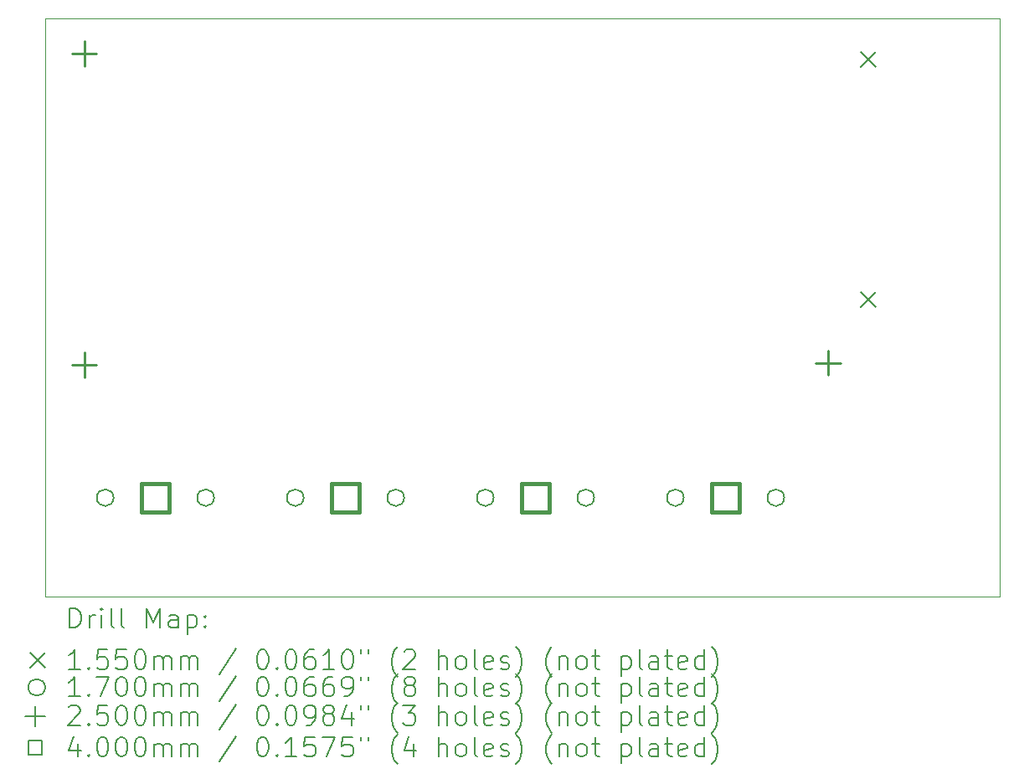
<source format=gbr>
%TF.GenerationSoftware,KiCad,Pcbnew,7.0.1*%
%TF.CreationDate,2024-03-20T11:56:00+03:00*%
%TF.ProjectId,TZXDuino,545a5844-7569-46e6-9f2e-6b696361645f,rev?*%
%TF.SameCoordinates,Original*%
%TF.FileFunction,Drillmap*%
%TF.FilePolarity,Positive*%
%FSLAX45Y45*%
G04 Gerber Fmt 4.5, Leading zero omitted, Abs format (unit mm)*
G04 Created by KiCad (PCBNEW 7.0.1) date 2024-03-20 11:56:00*
%MOMM*%
%LPD*%
G01*
G04 APERTURE LIST*
%ADD10C,0.050000*%
%ADD11C,0.200000*%
%ADD12C,0.155000*%
%ADD13C,0.170000*%
%ADD14C,0.250000*%
%ADD15C,0.400000*%
G04 APERTURE END LIST*
D10*
X8681720Y-6573520D02*
X18328640Y-6573520D01*
X18328640Y-12425680D01*
X8681720Y-12425680D01*
X8681720Y-6573520D01*
D11*
D12*
X16925260Y-6912580D02*
X17080260Y-7067580D01*
X17080260Y-6912580D02*
X16925260Y-7067580D01*
X16925260Y-9338580D02*
X17080260Y-9493580D01*
X17080260Y-9338580D02*
X16925260Y-9493580D01*
D13*
X9371240Y-11424000D02*
G75*
G03*
X9371240Y-11424000I-85000J0D01*
G01*
X10387240Y-11424000D02*
G75*
G03*
X10387240Y-11424000I-85000J0D01*
G01*
X11292990Y-11424000D02*
G75*
G03*
X11292990Y-11424000I-85000J0D01*
G01*
X12308990Y-11424000D02*
G75*
G03*
X12308990Y-11424000I-85000J0D01*
G01*
X13214750Y-11424000D02*
G75*
G03*
X13214750Y-11424000I-85000J0D01*
G01*
X14230750Y-11424000D02*
G75*
G03*
X14230750Y-11424000I-85000J0D01*
G01*
X15136500Y-11424000D02*
G75*
G03*
X15136500Y-11424000I-85000J0D01*
G01*
X16152500Y-11424000D02*
G75*
G03*
X16152500Y-11424000I-85000J0D01*
G01*
D14*
X9075000Y-6805000D02*
X9075000Y-7055000D01*
X8950000Y-6930000D02*
X9200000Y-6930000D01*
X9075000Y-9955000D02*
X9075000Y-10205000D01*
X8950000Y-10080000D02*
X9200000Y-10080000D01*
X16595000Y-9935000D02*
X16595000Y-10185000D01*
X16470000Y-10060000D02*
X16720000Y-10060000D01*
D15*
X9935663Y-11565423D02*
X9935663Y-11282577D01*
X9652817Y-11282577D01*
X9652817Y-11565423D01*
X9935663Y-11565423D01*
X11857413Y-11565423D02*
X11857413Y-11282577D01*
X11574567Y-11282577D01*
X11574567Y-11565423D01*
X11857413Y-11565423D01*
X13779173Y-11565423D02*
X13779173Y-11282577D01*
X13496327Y-11282577D01*
X13496327Y-11565423D01*
X13779173Y-11565423D01*
X15700923Y-11565423D02*
X15700923Y-11282577D01*
X15418077Y-11282577D01*
X15418077Y-11565423D01*
X15700923Y-11565423D01*
D11*
X8926839Y-12740704D02*
X8926839Y-12540704D01*
X8926839Y-12540704D02*
X8974458Y-12540704D01*
X8974458Y-12540704D02*
X9003030Y-12550228D01*
X9003030Y-12550228D02*
X9022077Y-12569275D01*
X9022077Y-12569275D02*
X9031601Y-12588323D01*
X9031601Y-12588323D02*
X9041125Y-12626418D01*
X9041125Y-12626418D02*
X9041125Y-12654989D01*
X9041125Y-12654989D02*
X9031601Y-12693085D01*
X9031601Y-12693085D02*
X9022077Y-12712132D01*
X9022077Y-12712132D02*
X9003030Y-12731180D01*
X9003030Y-12731180D02*
X8974458Y-12740704D01*
X8974458Y-12740704D02*
X8926839Y-12740704D01*
X9126839Y-12740704D02*
X9126839Y-12607370D01*
X9126839Y-12645466D02*
X9136363Y-12626418D01*
X9136363Y-12626418D02*
X9145887Y-12616894D01*
X9145887Y-12616894D02*
X9164934Y-12607370D01*
X9164934Y-12607370D02*
X9183982Y-12607370D01*
X9250649Y-12740704D02*
X9250649Y-12607370D01*
X9250649Y-12540704D02*
X9241125Y-12550228D01*
X9241125Y-12550228D02*
X9250649Y-12559751D01*
X9250649Y-12559751D02*
X9260172Y-12550228D01*
X9260172Y-12550228D02*
X9250649Y-12540704D01*
X9250649Y-12540704D02*
X9250649Y-12559751D01*
X9374458Y-12740704D02*
X9355410Y-12731180D01*
X9355410Y-12731180D02*
X9345887Y-12712132D01*
X9345887Y-12712132D02*
X9345887Y-12540704D01*
X9479220Y-12740704D02*
X9460172Y-12731180D01*
X9460172Y-12731180D02*
X9450649Y-12712132D01*
X9450649Y-12712132D02*
X9450649Y-12540704D01*
X9707791Y-12740704D02*
X9707791Y-12540704D01*
X9707791Y-12540704D02*
X9774458Y-12683561D01*
X9774458Y-12683561D02*
X9841125Y-12540704D01*
X9841125Y-12540704D02*
X9841125Y-12740704D01*
X10022077Y-12740704D02*
X10022077Y-12635942D01*
X10022077Y-12635942D02*
X10012553Y-12616894D01*
X10012553Y-12616894D02*
X9993506Y-12607370D01*
X9993506Y-12607370D02*
X9955410Y-12607370D01*
X9955410Y-12607370D02*
X9936363Y-12616894D01*
X10022077Y-12731180D02*
X10003030Y-12740704D01*
X10003030Y-12740704D02*
X9955410Y-12740704D01*
X9955410Y-12740704D02*
X9936363Y-12731180D01*
X9936363Y-12731180D02*
X9926839Y-12712132D01*
X9926839Y-12712132D02*
X9926839Y-12693085D01*
X9926839Y-12693085D02*
X9936363Y-12674037D01*
X9936363Y-12674037D02*
X9955410Y-12664513D01*
X9955410Y-12664513D02*
X10003030Y-12664513D01*
X10003030Y-12664513D02*
X10022077Y-12654989D01*
X10117315Y-12607370D02*
X10117315Y-12807370D01*
X10117315Y-12616894D02*
X10136363Y-12607370D01*
X10136363Y-12607370D02*
X10174458Y-12607370D01*
X10174458Y-12607370D02*
X10193506Y-12616894D01*
X10193506Y-12616894D02*
X10203030Y-12626418D01*
X10203030Y-12626418D02*
X10212553Y-12645466D01*
X10212553Y-12645466D02*
X10212553Y-12702608D01*
X10212553Y-12702608D02*
X10203030Y-12721656D01*
X10203030Y-12721656D02*
X10193506Y-12731180D01*
X10193506Y-12731180D02*
X10174458Y-12740704D01*
X10174458Y-12740704D02*
X10136363Y-12740704D01*
X10136363Y-12740704D02*
X10117315Y-12731180D01*
X10298268Y-12721656D02*
X10307791Y-12731180D01*
X10307791Y-12731180D02*
X10298268Y-12740704D01*
X10298268Y-12740704D02*
X10288744Y-12731180D01*
X10288744Y-12731180D02*
X10298268Y-12721656D01*
X10298268Y-12721656D02*
X10298268Y-12740704D01*
X10298268Y-12616894D02*
X10307791Y-12626418D01*
X10307791Y-12626418D02*
X10298268Y-12635942D01*
X10298268Y-12635942D02*
X10288744Y-12626418D01*
X10288744Y-12626418D02*
X10298268Y-12616894D01*
X10298268Y-12616894D02*
X10298268Y-12635942D01*
D12*
X8524220Y-12990680D02*
X8679220Y-13145680D01*
X8679220Y-12990680D02*
X8524220Y-13145680D01*
D11*
X9031601Y-13160704D02*
X8917315Y-13160704D01*
X8974458Y-13160704D02*
X8974458Y-12960704D01*
X8974458Y-12960704D02*
X8955410Y-12989275D01*
X8955410Y-12989275D02*
X8936363Y-13008323D01*
X8936363Y-13008323D02*
X8917315Y-13017847D01*
X9117315Y-13141656D02*
X9126839Y-13151180D01*
X9126839Y-13151180D02*
X9117315Y-13160704D01*
X9117315Y-13160704D02*
X9107791Y-13151180D01*
X9107791Y-13151180D02*
X9117315Y-13141656D01*
X9117315Y-13141656D02*
X9117315Y-13160704D01*
X9307791Y-12960704D02*
X9212553Y-12960704D01*
X9212553Y-12960704D02*
X9203030Y-13055942D01*
X9203030Y-13055942D02*
X9212553Y-13046418D01*
X9212553Y-13046418D02*
X9231601Y-13036894D01*
X9231601Y-13036894D02*
X9279220Y-13036894D01*
X9279220Y-13036894D02*
X9298268Y-13046418D01*
X9298268Y-13046418D02*
X9307791Y-13055942D01*
X9307791Y-13055942D02*
X9317315Y-13074989D01*
X9317315Y-13074989D02*
X9317315Y-13122608D01*
X9317315Y-13122608D02*
X9307791Y-13141656D01*
X9307791Y-13141656D02*
X9298268Y-13151180D01*
X9298268Y-13151180D02*
X9279220Y-13160704D01*
X9279220Y-13160704D02*
X9231601Y-13160704D01*
X9231601Y-13160704D02*
X9212553Y-13151180D01*
X9212553Y-13151180D02*
X9203030Y-13141656D01*
X9498268Y-12960704D02*
X9403030Y-12960704D01*
X9403030Y-12960704D02*
X9393506Y-13055942D01*
X9393506Y-13055942D02*
X9403030Y-13046418D01*
X9403030Y-13046418D02*
X9422077Y-13036894D01*
X9422077Y-13036894D02*
X9469696Y-13036894D01*
X9469696Y-13036894D02*
X9488744Y-13046418D01*
X9488744Y-13046418D02*
X9498268Y-13055942D01*
X9498268Y-13055942D02*
X9507791Y-13074989D01*
X9507791Y-13074989D02*
X9507791Y-13122608D01*
X9507791Y-13122608D02*
X9498268Y-13141656D01*
X9498268Y-13141656D02*
X9488744Y-13151180D01*
X9488744Y-13151180D02*
X9469696Y-13160704D01*
X9469696Y-13160704D02*
X9422077Y-13160704D01*
X9422077Y-13160704D02*
X9403030Y-13151180D01*
X9403030Y-13151180D02*
X9393506Y-13141656D01*
X9631601Y-12960704D02*
X9650649Y-12960704D01*
X9650649Y-12960704D02*
X9669696Y-12970228D01*
X9669696Y-12970228D02*
X9679220Y-12979751D01*
X9679220Y-12979751D02*
X9688744Y-12998799D01*
X9688744Y-12998799D02*
X9698268Y-13036894D01*
X9698268Y-13036894D02*
X9698268Y-13084513D01*
X9698268Y-13084513D02*
X9688744Y-13122608D01*
X9688744Y-13122608D02*
X9679220Y-13141656D01*
X9679220Y-13141656D02*
X9669696Y-13151180D01*
X9669696Y-13151180D02*
X9650649Y-13160704D01*
X9650649Y-13160704D02*
X9631601Y-13160704D01*
X9631601Y-13160704D02*
X9612553Y-13151180D01*
X9612553Y-13151180D02*
X9603030Y-13141656D01*
X9603030Y-13141656D02*
X9593506Y-13122608D01*
X9593506Y-13122608D02*
X9583982Y-13084513D01*
X9583982Y-13084513D02*
X9583982Y-13036894D01*
X9583982Y-13036894D02*
X9593506Y-12998799D01*
X9593506Y-12998799D02*
X9603030Y-12979751D01*
X9603030Y-12979751D02*
X9612553Y-12970228D01*
X9612553Y-12970228D02*
X9631601Y-12960704D01*
X9783982Y-13160704D02*
X9783982Y-13027370D01*
X9783982Y-13046418D02*
X9793506Y-13036894D01*
X9793506Y-13036894D02*
X9812553Y-13027370D01*
X9812553Y-13027370D02*
X9841125Y-13027370D01*
X9841125Y-13027370D02*
X9860172Y-13036894D01*
X9860172Y-13036894D02*
X9869696Y-13055942D01*
X9869696Y-13055942D02*
X9869696Y-13160704D01*
X9869696Y-13055942D02*
X9879220Y-13036894D01*
X9879220Y-13036894D02*
X9898268Y-13027370D01*
X9898268Y-13027370D02*
X9926839Y-13027370D01*
X9926839Y-13027370D02*
X9945887Y-13036894D01*
X9945887Y-13036894D02*
X9955411Y-13055942D01*
X9955411Y-13055942D02*
X9955411Y-13160704D01*
X10050649Y-13160704D02*
X10050649Y-13027370D01*
X10050649Y-13046418D02*
X10060172Y-13036894D01*
X10060172Y-13036894D02*
X10079220Y-13027370D01*
X10079220Y-13027370D02*
X10107792Y-13027370D01*
X10107792Y-13027370D02*
X10126839Y-13036894D01*
X10126839Y-13036894D02*
X10136363Y-13055942D01*
X10136363Y-13055942D02*
X10136363Y-13160704D01*
X10136363Y-13055942D02*
X10145887Y-13036894D01*
X10145887Y-13036894D02*
X10164934Y-13027370D01*
X10164934Y-13027370D02*
X10193506Y-13027370D01*
X10193506Y-13027370D02*
X10212553Y-13036894D01*
X10212553Y-13036894D02*
X10222077Y-13055942D01*
X10222077Y-13055942D02*
X10222077Y-13160704D01*
X10612553Y-12951180D02*
X10441125Y-13208323D01*
X10869696Y-12960704D02*
X10888744Y-12960704D01*
X10888744Y-12960704D02*
X10907792Y-12970228D01*
X10907792Y-12970228D02*
X10917315Y-12979751D01*
X10917315Y-12979751D02*
X10926839Y-12998799D01*
X10926839Y-12998799D02*
X10936363Y-13036894D01*
X10936363Y-13036894D02*
X10936363Y-13084513D01*
X10936363Y-13084513D02*
X10926839Y-13122608D01*
X10926839Y-13122608D02*
X10917315Y-13141656D01*
X10917315Y-13141656D02*
X10907792Y-13151180D01*
X10907792Y-13151180D02*
X10888744Y-13160704D01*
X10888744Y-13160704D02*
X10869696Y-13160704D01*
X10869696Y-13160704D02*
X10850649Y-13151180D01*
X10850649Y-13151180D02*
X10841125Y-13141656D01*
X10841125Y-13141656D02*
X10831601Y-13122608D01*
X10831601Y-13122608D02*
X10822077Y-13084513D01*
X10822077Y-13084513D02*
X10822077Y-13036894D01*
X10822077Y-13036894D02*
X10831601Y-12998799D01*
X10831601Y-12998799D02*
X10841125Y-12979751D01*
X10841125Y-12979751D02*
X10850649Y-12970228D01*
X10850649Y-12970228D02*
X10869696Y-12960704D01*
X11022077Y-13141656D02*
X11031601Y-13151180D01*
X11031601Y-13151180D02*
X11022077Y-13160704D01*
X11022077Y-13160704D02*
X11012554Y-13151180D01*
X11012554Y-13151180D02*
X11022077Y-13141656D01*
X11022077Y-13141656D02*
X11022077Y-13160704D01*
X11155411Y-12960704D02*
X11174458Y-12960704D01*
X11174458Y-12960704D02*
X11193506Y-12970228D01*
X11193506Y-12970228D02*
X11203030Y-12979751D01*
X11203030Y-12979751D02*
X11212553Y-12998799D01*
X11212553Y-12998799D02*
X11222077Y-13036894D01*
X11222077Y-13036894D02*
X11222077Y-13084513D01*
X11222077Y-13084513D02*
X11212553Y-13122608D01*
X11212553Y-13122608D02*
X11203030Y-13141656D01*
X11203030Y-13141656D02*
X11193506Y-13151180D01*
X11193506Y-13151180D02*
X11174458Y-13160704D01*
X11174458Y-13160704D02*
X11155411Y-13160704D01*
X11155411Y-13160704D02*
X11136363Y-13151180D01*
X11136363Y-13151180D02*
X11126839Y-13141656D01*
X11126839Y-13141656D02*
X11117315Y-13122608D01*
X11117315Y-13122608D02*
X11107792Y-13084513D01*
X11107792Y-13084513D02*
X11107792Y-13036894D01*
X11107792Y-13036894D02*
X11117315Y-12998799D01*
X11117315Y-12998799D02*
X11126839Y-12979751D01*
X11126839Y-12979751D02*
X11136363Y-12970228D01*
X11136363Y-12970228D02*
X11155411Y-12960704D01*
X11393506Y-12960704D02*
X11355411Y-12960704D01*
X11355411Y-12960704D02*
X11336363Y-12970228D01*
X11336363Y-12970228D02*
X11326839Y-12979751D01*
X11326839Y-12979751D02*
X11307792Y-13008323D01*
X11307792Y-13008323D02*
X11298268Y-13046418D01*
X11298268Y-13046418D02*
X11298268Y-13122608D01*
X11298268Y-13122608D02*
X11307792Y-13141656D01*
X11307792Y-13141656D02*
X11317315Y-13151180D01*
X11317315Y-13151180D02*
X11336363Y-13160704D01*
X11336363Y-13160704D02*
X11374458Y-13160704D01*
X11374458Y-13160704D02*
X11393506Y-13151180D01*
X11393506Y-13151180D02*
X11403030Y-13141656D01*
X11403030Y-13141656D02*
X11412553Y-13122608D01*
X11412553Y-13122608D02*
X11412553Y-13074989D01*
X11412553Y-13074989D02*
X11403030Y-13055942D01*
X11403030Y-13055942D02*
X11393506Y-13046418D01*
X11393506Y-13046418D02*
X11374458Y-13036894D01*
X11374458Y-13036894D02*
X11336363Y-13036894D01*
X11336363Y-13036894D02*
X11317315Y-13046418D01*
X11317315Y-13046418D02*
X11307792Y-13055942D01*
X11307792Y-13055942D02*
X11298268Y-13074989D01*
X11603030Y-13160704D02*
X11488744Y-13160704D01*
X11545887Y-13160704D02*
X11545887Y-12960704D01*
X11545887Y-12960704D02*
X11526839Y-12989275D01*
X11526839Y-12989275D02*
X11507792Y-13008323D01*
X11507792Y-13008323D02*
X11488744Y-13017847D01*
X11726839Y-12960704D02*
X11745887Y-12960704D01*
X11745887Y-12960704D02*
X11764934Y-12970228D01*
X11764934Y-12970228D02*
X11774458Y-12979751D01*
X11774458Y-12979751D02*
X11783982Y-12998799D01*
X11783982Y-12998799D02*
X11793506Y-13036894D01*
X11793506Y-13036894D02*
X11793506Y-13084513D01*
X11793506Y-13084513D02*
X11783982Y-13122608D01*
X11783982Y-13122608D02*
X11774458Y-13141656D01*
X11774458Y-13141656D02*
X11764934Y-13151180D01*
X11764934Y-13151180D02*
X11745887Y-13160704D01*
X11745887Y-13160704D02*
X11726839Y-13160704D01*
X11726839Y-13160704D02*
X11707792Y-13151180D01*
X11707792Y-13151180D02*
X11698268Y-13141656D01*
X11698268Y-13141656D02*
X11688744Y-13122608D01*
X11688744Y-13122608D02*
X11679220Y-13084513D01*
X11679220Y-13084513D02*
X11679220Y-13036894D01*
X11679220Y-13036894D02*
X11688744Y-12998799D01*
X11688744Y-12998799D02*
X11698268Y-12979751D01*
X11698268Y-12979751D02*
X11707792Y-12970228D01*
X11707792Y-12970228D02*
X11726839Y-12960704D01*
X11869696Y-12960704D02*
X11869696Y-12998799D01*
X11945887Y-12960704D02*
X11945887Y-12998799D01*
X12241125Y-13236894D02*
X12231601Y-13227370D01*
X12231601Y-13227370D02*
X12212554Y-13198799D01*
X12212554Y-13198799D02*
X12203030Y-13179751D01*
X12203030Y-13179751D02*
X12193506Y-13151180D01*
X12193506Y-13151180D02*
X12183982Y-13103561D01*
X12183982Y-13103561D02*
X12183982Y-13065466D01*
X12183982Y-13065466D02*
X12193506Y-13017847D01*
X12193506Y-13017847D02*
X12203030Y-12989275D01*
X12203030Y-12989275D02*
X12212554Y-12970228D01*
X12212554Y-12970228D02*
X12231601Y-12941656D01*
X12231601Y-12941656D02*
X12241125Y-12932132D01*
X12307792Y-12979751D02*
X12317315Y-12970228D01*
X12317315Y-12970228D02*
X12336363Y-12960704D01*
X12336363Y-12960704D02*
X12383982Y-12960704D01*
X12383982Y-12960704D02*
X12403030Y-12970228D01*
X12403030Y-12970228D02*
X12412554Y-12979751D01*
X12412554Y-12979751D02*
X12422077Y-12998799D01*
X12422077Y-12998799D02*
X12422077Y-13017847D01*
X12422077Y-13017847D02*
X12412554Y-13046418D01*
X12412554Y-13046418D02*
X12298268Y-13160704D01*
X12298268Y-13160704D02*
X12422077Y-13160704D01*
X12660173Y-13160704D02*
X12660173Y-12960704D01*
X12745887Y-13160704D02*
X12745887Y-13055942D01*
X12745887Y-13055942D02*
X12736363Y-13036894D01*
X12736363Y-13036894D02*
X12717316Y-13027370D01*
X12717316Y-13027370D02*
X12688744Y-13027370D01*
X12688744Y-13027370D02*
X12669696Y-13036894D01*
X12669696Y-13036894D02*
X12660173Y-13046418D01*
X12869696Y-13160704D02*
X12850649Y-13151180D01*
X12850649Y-13151180D02*
X12841125Y-13141656D01*
X12841125Y-13141656D02*
X12831601Y-13122608D01*
X12831601Y-13122608D02*
X12831601Y-13065466D01*
X12831601Y-13065466D02*
X12841125Y-13046418D01*
X12841125Y-13046418D02*
X12850649Y-13036894D01*
X12850649Y-13036894D02*
X12869696Y-13027370D01*
X12869696Y-13027370D02*
X12898268Y-13027370D01*
X12898268Y-13027370D02*
X12917316Y-13036894D01*
X12917316Y-13036894D02*
X12926839Y-13046418D01*
X12926839Y-13046418D02*
X12936363Y-13065466D01*
X12936363Y-13065466D02*
X12936363Y-13122608D01*
X12936363Y-13122608D02*
X12926839Y-13141656D01*
X12926839Y-13141656D02*
X12917316Y-13151180D01*
X12917316Y-13151180D02*
X12898268Y-13160704D01*
X12898268Y-13160704D02*
X12869696Y-13160704D01*
X13050649Y-13160704D02*
X13031601Y-13151180D01*
X13031601Y-13151180D02*
X13022077Y-13132132D01*
X13022077Y-13132132D02*
X13022077Y-12960704D01*
X13203030Y-13151180D02*
X13183982Y-13160704D01*
X13183982Y-13160704D02*
X13145887Y-13160704D01*
X13145887Y-13160704D02*
X13126839Y-13151180D01*
X13126839Y-13151180D02*
X13117316Y-13132132D01*
X13117316Y-13132132D02*
X13117316Y-13055942D01*
X13117316Y-13055942D02*
X13126839Y-13036894D01*
X13126839Y-13036894D02*
X13145887Y-13027370D01*
X13145887Y-13027370D02*
X13183982Y-13027370D01*
X13183982Y-13027370D02*
X13203030Y-13036894D01*
X13203030Y-13036894D02*
X13212554Y-13055942D01*
X13212554Y-13055942D02*
X13212554Y-13074989D01*
X13212554Y-13074989D02*
X13117316Y-13094037D01*
X13288744Y-13151180D02*
X13307792Y-13160704D01*
X13307792Y-13160704D02*
X13345887Y-13160704D01*
X13345887Y-13160704D02*
X13364935Y-13151180D01*
X13364935Y-13151180D02*
X13374458Y-13132132D01*
X13374458Y-13132132D02*
X13374458Y-13122608D01*
X13374458Y-13122608D02*
X13364935Y-13103561D01*
X13364935Y-13103561D02*
X13345887Y-13094037D01*
X13345887Y-13094037D02*
X13317316Y-13094037D01*
X13317316Y-13094037D02*
X13298268Y-13084513D01*
X13298268Y-13084513D02*
X13288744Y-13065466D01*
X13288744Y-13065466D02*
X13288744Y-13055942D01*
X13288744Y-13055942D02*
X13298268Y-13036894D01*
X13298268Y-13036894D02*
X13317316Y-13027370D01*
X13317316Y-13027370D02*
X13345887Y-13027370D01*
X13345887Y-13027370D02*
X13364935Y-13036894D01*
X13441125Y-13236894D02*
X13450649Y-13227370D01*
X13450649Y-13227370D02*
X13469697Y-13198799D01*
X13469697Y-13198799D02*
X13479220Y-13179751D01*
X13479220Y-13179751D02*
X13488744Y-13151180D01*
X13488744Y-13151180D02*
X13498268Y-13103561D01*
X13498268Y-13103561D02*
X13498268Y-13065466D01*
X13498268Y-13065466D02*
X13488744Y-13017847D01*
X13488744Y-13017847D02*
X13479220Y-12989275D01*
X13479220Y-12989275D02*
X13469697Y-12970228D01*
X13469697Y-12970228D02*
X13450649Y-12941656D01*
X13450649Y-12941656D02*
X13441125Y-12932132D01*
X13803030Y-13236894D02*
X13793506Y-13227370D01*
X13793506Y-13227370D02*
X13774458Y-13198799D01*
X13774458Y-13198799D02*
X13764935Y-13179751D01*
X13764935Y-13179751D02*
X13755411Y-13151180D01*
X13755411Y-13151180D02*
X13745887Y-13103561D01*
X13745887Y-13103561D02*
X13745887Y-13065466D01*
X13745887Y-13065466D02*
X13755411Y-13017847D01*
X13755411Y-13017847D02*
X13764935Y-12989275D01*
X13764935Y-12989275D02*
X13774458Y-12970228D01*
X13774458Y-12970228D02*
X13793506Y-12941656D01*
X13793506Y-12941656D02*
X13803030Y-12932132D01*
X13879220Y-13027370D02*
X13879220Y-13160704D01*
X13879220Y-13046418D02*
X13888744Y-13036894D01*
X13888744Y-13036894D02*
X13907792Y-13027370D01*
X13907792Y-13027370D02*
X13936363Y-13027370D01*
X13936363Y-13027370D02*
X13955411Y-13036894D01*
X13955411Y-13036894D02*
X13964935Y-13055942D01*
X13964935Y-13055942D02*
X13964935Y-13160704D01*
X14088744Y-13160704D02*
X14069697Y-13151180D01*
X14069697Y-13151180D02*
X14060173Y-13141656D01*
X14060173Y-13141656D02*
X14050649Y-13122608D01*
X14050649Y-13122608D02*
X14050649Y-13065466D01*
X14050649Y-13065466D02*
X14060173Y-13046418D01*
X14060173Y-13046418D02*
X14069697Y-13036894D01*
X14069697Y-13036894D02*
X14088744Y-13027370D01*
X14088744Y-13027370D02*
X14117316Y-13027370D01*
X14117316Y-13027370D02*
X14136363Y-13036894D01*
X14136363Y-13036894D02*
X14145887Y-13046418D01*
X14145887Y-13046418D02*
X14155411Y-13065466D01*
X14155411Y-13065466D02*
X14155411Y-13122608D01*
X14155411Y-13122608D02*
X14145887Y-13141656D01*
X14145887Y-13141656D02*
X14136363Y-13151180D01*
X14136363Y-13151180D02*
X14117316Y-13160704D01*
X14117316Y-13160704D02*
X14088744Y-13160704D01*
X14212554Y-13027370D02*
X14288744Y-13027370D01*
X14241125Y-12960704D02*
X14241125Y-13132132D01*
X14241125Y-13132132D02*
X14250649Y-13151180D01*
X14250649Y-13151180D02*
X14269697Y-13160704D01*
X14269697Y-13160704D02*
X14288744Y-13160704D01*
X14507792Y-13027370D02*
X14507792Y-13227370D01*
X14507792Y-13036894D02*
X14526839Y-13027370D01*
X14526839Y-13027370D02*
X14564935Y-13027370D01*
X14564935Y-13027370D02*
X14583982Y-13036894D01*
X14583982Y-13036894D02*
X14593506Y-13046418D01*
X14593506Y-13046418D02*
X14603030Y-13065466D01*
X14603030Y-13065466D02*
X14603030Y-13122608D01*
X14603030Y-13122608D02*
X14593506Y-13141656D01*
X14593506Y-13141656D02*
X14583982Y-13151180D01*
X14583982Y-13151180D02*
X14564935Y-13160704D01*
X14564935Y-13160704D02*
X14526839Y-13160704D01*
X14526839Y-13160704D02*
X14507792Y-13151180D01*
X14717316Y-13160704D02*
X14698268Y-13151180D01*
X14698268Y-13151180D02*
X14688744Y-13132132D01*
X14688744Y-13132132D02*
X14688744Y-12960704D01*
X14879220Y-13160704D02*
X14879220Y-13055942D01*
X14879220Y-13055942D02*
X14869697Y-13036894D01*
X14869697Y-13036894D02*
X14850649Y-13027370D01*
X14850649Y-13027370D02*
X14812554Y-13027370D01*
X14812554Y-13027370D02*
X14793506Y-13036894D01*
X14879220Y-13151180D02*
X14860173Y-13160704D01*
X14860173Y-13160704D02*
X14812554Y-13160704D01*
X14812554Y-13160704D02*
X14793506Y-13151180D01*
X14793506Y-13151180D02*
X14783982Y-13132132D01*
X14783982Y-13132132D02*
X14783982Y-13113085D01*
X14783982Y-13113085D02*
X14793506Y-13094037D01*
X14793506Y-13094037D02*
X14812554Y-13084513D01*
X14812554Y-13084513D02*
X14860173Y-13084513D01*
X14860173Y-13084513D02*
X14879220Y-13074989D01*
X14945887Y-13027370D02*
X15022078Y-13027370D01*
X14974459Y-12960704D02*
X14974459Y-13132132D01*
X14974459Y-13132132D02*
X14983982Y-13151180D01*
X14983982Y-13151180D02*
X15003030Y-13160704D01*
X15003030Y-13160704D02*
X15022078Y-13160704D01*
X15164935Y-13151180D02*
X15145887Y-13160704D01*
X15145887Y-13160704D02*
X15107792Y-13160704D01*
X15107792Y-13160704D02*
X15088744Y-13151180D01*
X15088744Y-13151180D02*
X15079220Y-13132132D01*
X15079220Y-13132132D02*
X15079220Y-13055942D01*
X15079220Y-13055942D02*
X15088744Y-13036894D01*
X15088744Y-13036894D02*
X15107792Y-13027370D01*
X15107792Y-13027370D02*
X15145887Y-13027370D01*
X15145887Y-13027370D02*
X15164935Y-13036894D01*
X15164935Y-13036894D02*
X15174459Y-13055942D01*
X15174459Y-13055942D02*
X15174459Y-13074989D01*
X15174459Y-13074989D02*
X15079220Y-13094037D01*
X15345887Y-13160704D02*
X15345887Y-12960704D01*
X15345887Y-13151180D02*
X15326840Y-13160704D01*
X15326840Y-13160704D02*
X15288744Y-13160704D01*
X15288744Y-13160704D02*
X15269697Y-13151180D01*
X15269697Y-13151180D02*
X15260173Y-13141656D01*
X15260173Y-13141656D02*
X15250649Y-13122608D01*
X15250649Y-13122608D02*
X15250649Y-13065466D01*
X15250649Y-13065466D02*
X15260173Y-13046418D01*
X15260173Y-13046418D02*
X15269697Y-13036894D01*
X15269697Y-13036894D02*
X15288744Y-13027370D01*
X15288744Y-13027370D02*
X15326840Y-13027370D01*
X15326840Y-13027370D02*
X15345887Y-13036894D01*
X15422078Y-13236894D02*
X15431601Y-13227370D01*
X15431601Y-13227370D02*
X15450649Y-13198799D01*
X15450649Y-13198799D02*
X15460173Y-13179751D01*
X15460173Y-13179751D02*
X15469697Y-13151180D01*
X15469697Y-13151180D02*
X15479220Y-13103561D01*
X15479220Y-13103561D02*
X15479220Y-13065466D01*
X15479220Y-13065466D02*
X15469697Y-13017847D01*
X15469697Y-13017847D02*
X15460173Y-12989275D01*
X15460173Y-12989275D02*
X15450649Y-12970228D01*
X15450649Y-12970228D02*
X15431601Y-12941656D01*
X15431601Y-12941656D02*
X15422078Y-12932132D01*
D13*
X8679220Y-13343180D02*
G75*
G03*
X8679220Y-13343180I-85000J0D01*
G01*
D11*
X9031601Y-13435704D02*
X8917315Y-13435704D01*
X8974458Y-13435704D02*
X8974458Y-13235704D01*
X8974458Y-13235704D02*
X8955410Y-13264275D01*
X8955410Y-13264275D02*
X8936363Y-13283323D01*
X8936363Y-13283323D02*
X8917315Y-13292847D01*
X9117315Y-13416656D02*
X9126839Y-13426180D01*
X9126839Y-13426180D02*
X9117315Y-13435704D01*
X9117315Y-13435704D02*
X9107791Y-13426180D01*
X9107791Y-13426180D02*
X9117315Y-13416656D01*
X9117315Y-13416656D02*
X9117315Y-13435704D01*
X9193506Y-13235704D02*
X9326839Y-13235704D01*
X9326839Y-13235704D02*
X9241125Y-13435704D01*
X9441125Y-13235704D02*
X9460172Y-13235704D01*
X9460172Y-13235704D02*
X9479220Y-13245228D01*
X9479220Y-13245228D02*
X9488744Y-13254751D01*
X9488744Y-13254751D02*
X9498268Y-13273799D01*
X9498268Y-13273799D02*
X9507791Y-13311894D01*
X9507791Y-13311894D02*
X9507791Y-13359513D01*
X9507791Y-13359513D02*
X9498268Y-13397608D01*
X9498268Y-13397608D02*
X9488744Y-13416656D01*
X9488744Y-13416656D02*
X9479220Y-13426180D01*
X9479220Y-13426180D02*
X9460172Y-13435704D01*
X9460172Y-13435704D02*
X9441125Y-13435704D01*
X9441125Y-13435704D02*
X9422077Y-13426180D01*
X9422077Y-13426180D02*
X9412553Y-13416656D01*
X9412553Y-13416656D02*
X9403030Y-13397608D01*
X9403030Y-13397608D02*
X9393506Y-13359513D01*
X9393506Y-13359513D02*
X9393506Y-13311894D01*
X9393506Y-13311894D02*
X9403030Y-13273799D01*
X9403030Y-13273799D02*
X9412553Y-13254751D01*
X9412553Y-13254751D02*
X9422077Y-13245228D01*
X9422077Y-13245228D02*
X9441125Y-13235704D01*
X9631601Y-13235704D02*
X9650649Y-13235704D01*
X9650649Y-13235704D02*
X9669696Y-13245228D01*
X9669696Y-13245228D02*
X9679220Y-13254751D01*
X9679220Y-13254751D02*
X9688744Y-13273799D01*
X9688744Y-13273799D02*
X9698268Y-13311894D01*
X9698268Y-13311894D02*
X9698268Y-13359513D01*
X9698268Y-13359513D02*
X9688744Y-13397608D01*
X9688744Y-13397608D02*
X9679220Y-13416656D01*
X9679220Y-13416656D02*
X9669696Y-13426180D01*
X9669696Y-13426180D02*
X9650649Y-13435704D01*
X9650649Y-13435704D02*
X9631601Y-13435704D01*
X9631601Y-13435704D02*
X9612553Y-13426180D01*
X9612553Y-13426180D02*
X9603030Y-13416656D01*
X9603030Y-13416656D02*
X9593506Y-13397608D01*
X9593506Y-13397608D02*
X9583982Y-13359513D01*
X9583982Y-13359513D02*
X9583982Y-13311894D01*
X9583982Y-13311894D02*
X9593506Y-13273799D01*
X9593506Y-13273799D02*
X9603030Y-13254751D01*
X9603030Y-13254751D02*
X9612553Y-13245228D01*
X9612553Y-13245228D02*
X9631601Y-13235704D01*
X9783982Y-13435704D02*
X9783982Y-13302370D01*
X9783982Y-13321418D02*
X9793506Y-13311894D01*
X9793506Y-13311894D02*
X9812553Y-13302370D01*
X9812553Y-13302370D02*
X9841125Y-13302370D01*
X9841125Y-13302370D02*
X9860172Y-13311894D01*
X9860172Y-13311894D02*
X9869696Y-13330942D01*
X9869696Y-13330942D02*
X9869696Y-13435704D01*
X9869696Y-13330942D02*
X9879220Y-13311894D01*
X9879220Y-13311894D02*
X9898268Y-13302370D01*
X9898268Y-13302370D02*
X9926839Y-13302370D01*
X9926839Y-13302370D02*
X9945887Y-13311894D01*
X9945887Y-13311894D02*
X9955411Y-13330942D01*
X9955411Y-13330942D02*
X9955411Y-13435704D01*
X10050649Y-13435704D02*
X10050649Y-13302370D01*
X10050649Y-13321418D02*
X10060172Y-13311894D01*
X10060172Y-13311894D02*
X10079220Y-13302370D01*
X10079220Y-13302370D02*
X10107792Y-13302370D01*
X10107792Y-13302370D02*
X10126839Y-13311894D01*
X10126839Y-13311894D02*
X10136363Y-13330942D01*
X10136363Y-13330942D02*
X10136363Y-13435704D01*
X10136363Y-13330942D02*
X10145887Y-13311894D01*
X10145887Y-13311894D02*
X10164934Y-13302370D01*
X10164934Y-13302370D02*
X10193506Y-13302370D01*
X10193506Y-13302370D02*
X10212553Y-13311894D01*
X10212553Y-13311894D02*
X10222077Y-13330942D01*
X10222077Y-13330942D02*
X10222077Y-13435704D01*
X10612553Y-13226180D02*
X10441125Y-13483323D01*
X10869696Y-13235704D02*
X10888744Y-13235704D01*
X10888744Y-13235704D02*
X10907792Y-13245228D01*
X10907792Y-13245228D02*
X10917315Y-13254751D01*
X10917315Y-13254751D02*
X10926839Y-13273799D01*
X10926839Y-13273799D02*
X10936363Y-13311894D01*
X10936363Y-13311894D02*
X10936363Y-13359513D01*
X10936363Y-13359513D02*
X10926839Y-13397608D01*
X10926839Y-13397608D02*
X10917315Y-13416656D01*
X10917315Y-13416656D02*
X10907792Y-13426180D01*
X10907792Y-13426180D02*
X10888744Y-13435704D01*
X10888744Y-13435704D02*
X10869696Y-13435704D01*
X10869696Y-13435704D02*
X10850649Y-13426180D01*
X10850649Y-13426180D02*
X10841125Y-13416656D01*
X10841125Y-13416656D02*
X10831601Y-13397608D01*
X10831601Y-13397608D02*
X10822077Y-13359513D01*
X10822077Y-13359513D02*
X10822077Y-13311894D01*
X10822077Y-13311894D02*
X10831601Y-13273799D01*
X10831601Y-13273799D02*
X10841125Y-13254751D01*
X10841125Y-13254751D02*
X10850649Y-13245228D01*
X10850649Y-13245228D02*
X10869696Y-13235704D01*
X11022077Y-13416656D02*
X11031601Y-13426180D01*
X11031601Y-13426180D02*
X11022077Y-13435704D01*
X11022077Y-13435704D02*
X11012554Y-13426180D01*
X11012554Y-13426180D02*
X11022077Y-13416656D01*
X11022077Y-13416656D02*
X11022077Y-13435704D01*
X11155411Y-13235704D02*
X11174458Y-13235704D01*
X11174458Y-13235704D02*
X11193506Y-13245228D01*
X11193506Y-13245228D02*
X11203030Y-13254751D01*
X11203030Y-13254751D02*
X11212553Y-13273799D01*
X11212553Y-13273799D02*
X11222077Y-13311894D01*
X11222077Y-13311894D02*
X11222077Y-13359513D01*
X11222077Y-13359513D02*
X11212553Y-13397608D01*
X11212553Y-13397608D02*
X11203030Y-13416656D01*
X11203030Y-13416656D02*
X11193506Y-13426180D01*
X11193506Y-13426180D02*
X11174458Y-13435704D01*
X11174458Y-13435704D02*
X11155411Y-13435704D01*
X11155411Y-13435704D02*
X11136363Y-13426180D01*
X11136363Y-13426180D02*
X11126839Y-13416656D01*
X11126839Y-13416656D02*
X11117315Y-13397608D01*
X11117315Y-13397608D02*
X11107792Y-13359513D01*
X11107792Y-13359513D02*
X11107792Y-13311894D01*
X11107792Y-13311894D02*
X11117315Y-13273799D01*
X11117315Y-13273799D02*
X11126839Y-13254751D01*
X11126839Y-13254751D02*
X11136363Y-13245228D01*
X11136363Y-13245228D02*
X11155411Y-13235704D01*
X11393506Y-13235704D02*
X11355411Y-13235704D01*
X11355411Y-13235704D02*
X11336363Y-13245228D01*
X11336363Y-13245228D02*
X11326839Y-13254751D01*
X11326839Y-13254751D02*
X11307792Y-13283323D01*
X11307792Y-13283323D02*
X11298268Y-13321418D01*
X11298268Y-13321418D02*
X11298268Y-13397608D01*
X11298268Y-13397608D02*
X11307792Y-13416656D01*
X11307792Y-13416656D02*
X11317315Y-13426180D01*
X11317315Y-13426180D02*
X11336363Y-13435704D01*
X11336363Y-13435704D02*
X11374458Y-13435704D01*
X11374458Y-13435704D02*
X11393506Y-13426180D01*
X11393506Y-13426180D02*
X11403030Y-13416656D01*
X11403030Y-13416656D02*
X11412553Y-13397608D01*
X11412553Y-13397608D02*
X11412553Y-13349989D01*
X11412553Y-13349989D02*
X11403030Y-13330942D01*
X11403030Y-13330942D02*
X11393506Y-13321418D01*
X11393506Y-13321418D02*
X11374458Y-13311894D01*
X11374458Y-13311894D02*
X11336363Y-13311894D01*
X11336363Y-13311894D02*
X11317315Y-13321418D01*
X11317315Y-13321418D02*
X11307792Y-13330942D01*
X11307792Y-13330942D02*
X11298268Y-13349989D01*
X11583982Y-13235704D02*
X11545887Y-13235704D01*
X11545887Y-13235704D02*
X11526839Y-13245228D01*
X11526839Y-13245228D02*
X11517315Y-13254751D01*
X11517315Y-13254751D02*
X11498268Y-13283323D01*
X11498268Y-13283323D02*
X11488744Y-13321418D01*
X11488744Y-13321418D02*
X11488744Y-13397608D01*
X11488744Y-13397608D02*
X11498268Y-13416656D01*
X11498268Y-13416656D02*
X11507792Y-13426180D01*
X11507792Y-13426180D02*
X11526839Y-13435704D01*
X11526839Y-13435704D02*
X11564934Y-13435704D01*
X11564934Y-13435704D02*
X11583982Y-13426180D01*
X11583982Y-13426180D02*
X11593506Y-13416656D01*
X11593506Y-13416656D02*
X11603030Y-13397608D01*
X11603030Y-13397608D02*
X11603030Y-13349989D01*
X11603030Y-13349989D02*
X11593506Y-13330942D01*
X11593506Y-13330942D02*
X11583982Y-13321418D01*
X11583982Y-13321418D02*
X11564934Y-13311894D01*
X11564934Y-13311894D02*
X11526839Y-13311894D01*
X11526839Y-13311894D02*
X11507792Y-13321418D01*
X11507792Y-13321418D02*
X11498268Y-13330942D01*
X11498268Y-13330942D02*
X11488744Y-13349989D01*
X11698268Y-13435704D02*
X11736363Y-13435704D01*
X11736363Y-13435704D02*
X11755411Y-13426180D01*
X11755411Y-13426180D02*
X11764934Y-13416656D01*
X11764934Y-13416656D02*
X11783982Y-13388085D01*
X11783982Y-13388085D02*
X11793506Y-13349989D01*
X11793506Y-13349989D02*
X11793506Y-13273799D01*
X11793506Y-13273799D02*
X11783982Y-13254751D01*
X11783982Y-13254751D02*
X11774458Y-13245228D01*
X11774458Y-13245228D02*
X11755411Y-13235704D01*
X11755411Y-13235704D02*
X11717315Y-13235704D01*
X11717315Y-13235704D02*
X11698268Y-13245228D01*
X11698268Y-13245228D02*
X11688744Y-13254751D01*
X11688744Y-13254751D02*
X11679220Y-13273799D01*
X11679220Y-13273799D02*
X11679220Y-13321418D01*
X11679220Y-13321418D02*
X11688744Y-13340466D01*
X11688744Y-13340466D02*
X11698268Y-13349989D01*
X11698268Y-13349989D02*
X11717315Y-13359513D01*
X11717315Y-13359513D02*
X11755411Y-13359513D01*
X11755411Y-13359513D02*
X11774458Y-13349989D01*
X11774458Y-13349989D02*
X11783982Y-13340466D01*
X11783982Y-13340466D02*
X11793506Y-13321418D01*
X11869696Y-13235704D02*
X11869696Y-13273799D01*
X11945887Y-13235704D02*
X11945887Y-13273799D01*
X12241125Y-13511894D02*
X12231601Y-13502370D01*
X12231601Y-13502370D02*
X12212554Y-13473799D01*
X12212554Y-13473799D02*
X12203030Y-13454751D01*
X12203030Y-13454751D02*
X12193506Y-13426180D01*
X12193506Y-13426180D02*
X12183982Y-13378561D01*
X12183982Y-13378561D02*
X12183982Y-13340466D01*
X12183982Y-13340466D02*
X12193506Y-13292847D01*
X12193506Y-13292847D02*
X12203030Y-13264275D01*
X12203030Y-13264275D02*
X12212554Y-13245228D01*
X12212554Y-13245228D02*
X12231601Y-13216656D01*
X12231601Y-13216656D02*
X12241125Y-13207132D01*
X12345887Y-13321418D02*
X12326839Y-13311894D01*
X12326839Y-13311894D02*
X12317315Y-13302370D01*
X12317315Y-13302370D02*
X12307792Y-13283323D01*
X12307792Y-13283323D02*
X12307792Y-13273799D01*
X12307792Y-13273799D02*
X12317315Y-13254751D01*
X12317315Y-13254751D02*
X12326839Y-13245228D01*
X12326839Y-13245228D02*
X12345887Y-13235704D01*
X12345887Y-13235704D02*
X12383982Y-13235704D01*
X12383982Y-13235704D02*
X12403030Y-13245228D01*
X12403030Y-13245228D02*
X12412554Y-13254751D01*
X12412554Y-13254751D02*
X12422077Y-13273799D01*
X12422077Y-13273799D02*
X12422077Y-13283323D01*
X12422077Y-13283323D02*
X12412554Y-13302370D01*
X12412554Y-13302370D02*
X12403030Y-13311894D01*
X12403030Y-13311894D02*
X12383982Y-13321418D01*
X12383982Y-13321418D02*
X12345887Y-13321418D01*
X12345887Y-13321418D02*
X12326839Y-13330942D01*
X12326839Y-13330942D02*
X12317315Y-13340466D01*
X12317315Y-13340466D02*
X12307792Y-13359513D01*
X12307792Y-13359513D02*
X12307792Y-13397608D01*
X12307792Y-13397608D02*
X12317315Y-13416656D01*
X12317315Y-13416656D02*
X12326839Y-13426180D01*
X12326839Y-13426180D02*
X12345887Y-13435704D01*
X12345887Y-13435704D02*
X12383982Y-13435704D01*
X12383982Y-13435704D02*
X12403030Y-13426180D01*
X12403030Y-13426180D02*
X12412554Y-13416656D01*
X12412554Y-13416656D02*
X12422077Y-13397608D01*
X12422077Y-13397608D02*
X12422077Y-13359513D01*
X12422077Y-13359513D02*
X12412554Y-13340466D01*
X12412554Y-13340466D02*
X12403030Y-13330942D01*
X12403030Y-13330942D02*
X12383982Y-13321418D01*
X12660173Y-13435704D02*
X12660173Y-13235704D01*
X12745887Y-13435704D02*
X12745887Y-13330942D01*
X12745887Y-13330942D02*
X12736363Y-13311894D01*
X12736363Y-13311894D02*
X12717316Y-13302370D01*
X12717316Y-13302370D02*
X12688744Y-13302370D01*
X12688744Y-13302370D02*
X12669696Y-13311894D01*
X12669696Y-13311894D02*
X12660173Y-13321418D01*
X12869696Y-13435704D02*
X12850649Y-13426180D01*
X12850649Y-13426180D02*
X12841125Y-13416656D01*
X12841125Y-13416656D02*
X12831601Y-13397608D01*
X12831601Y-13397608D02*
X12831601Y-13340466D01*
X12831601Y-13340466D02*
X12841125Y-13321418D01*
X12841125Y-13321418D02*
X12850649Y-13311894D01*
X12850649Y-13311894D02*
X12869696Y-13302370D01*
X12869696Y-13302370D02*
X12898268Y-13302370D01*
X12898268Y-13302370D02*
X12917316Y-13311894D01*
X12917316Y-13311894D02*
X12926839Y-13321418D01*
X12926839Y-13321418D02*
X12936363Y-13340466D01*
X12936363Y-13340466D02*
X12936363Y-13397608D01*
X12936363Y-13397608D02*
X12926839Y-13416656D01*
X12926839Y-13416656D02*
X12917316Y-13426180D01*
X12917316Y-13426180D02*
X12898268Y-13435704D01*
X12898268Y-13435704D02*
X12869696Y-13435704D01*
X13050649Y-13435704D02*
X13031601Y-13426180D01*
X13031601Y-13426180D02*
X13022077Y-13407132D01*
X13022077Y-13407132D02*
X13022077Y-13235704D01*
X13203030Y-13426180D02*
X13183982Y-13435704D01*
X13183982Y-13435704D02*
X13145887Y-13435704D01*
X13145887Y-13435704D02*
X13126839Y-13426180D01*
X13126839Y-13426180D02*
X13117316Y-13407132D01*
X13117316Y-13407132D02*
X13117316Y-13330942D01*
X13117316Y-13330942D02*
X13126839Y-13311894D01*
X13126839Y-13311894D02*
X13145887Y-13302370D01*
X13145887Y-13302370D02*
X13183982Y-13302370D01*
X13183982Y-13302370D02*
X13203030Y-13311894D01*
X13203030Y-13311894D02*
X13212554Y-13330942D01*
X13212554Y-13330942D02*
X13212554Y-13349989D01*
X13212554Y-13349989D02*
X13117316Y-13369037D01*
X13288744Y-13426180D02*
X13307792Y-13435704D01*
X13307792Y-13435704D02*
X13345887Y-13435704D01*
X13345887Y-13435704D02*
X13364935Y-13426180D01*
X13364935Y-13426180D02*
X13374458Y-13407132D01*
X13374458Y-13407132D02*
X13374458Y-13397608D01*
X13374458Y-13397608D02*
X13364935Y-13378561D01*
X13364935Y-13378561D02*
X13345887Y-13369037D01*
X13345887Y-13369037D02*
X13317316Y-13369037D01*
X13317316Y-13369037D02*
X13298268Y-13359513D01*
X13298268Y-13359513D02*
X13288744Y-13340466D01*
X13288744Y-13340466D02*
X13288744Y-13330942D01*
X13288744Y-13330942D02*
X13298268Y-13311894D01*
X13298268Y-13311894D02*
X13317316Y-13302370D01*
X13317316Y-13302370D02*
X13345887Y-13302370D01*
X13345887Y-13302370D02*
X13364935Y-13311894D01*
X13441125Y-13511894D02*
X13450649Y-13502370D01*
X13450649Y-13502370D02*
X13469697Y-13473799D01*
X13469697Y-13473799D02*
X13479220Y-13454751D01*
X13479220Y-13454751D02*
X13488744Y-13426180D01*
X13488744Y-13426180D02*
X13498268Y-13378561D01*
X13498268Y-13378561D02*
X13498268Y-13340466D01*
X13498268Y-13340466D02*
X13488744Y-13292847D01*
X13488744Y-13292847D02*
X13479220Y-13264275D01*
X13479220Y-13264275D02*
X13469697Y-13245228D01*
X13469697Y-13245228D02*
X13450649Y-13216656D01*
X13450649Y-13216656D02*
X13441125Y-13207132D01*
X13803030Y-13511894D02*
X13793506Y-13502370D01*
X13793506Y-13502370D02*
X13774458Y-13473799D01*
X13774458Y-13473799D02*
X13764935Y-13454751D01*
X13764935Y-13454751D02*
X13755411Y-13426180D01*
X13755411Y-13426180D02*
X13745887Y-13378561D01*
X13745887Y-13378561D02*
X13745887Y-13340466D01*
X13745887Y-13340466D02*
X13755411Y-13292847D01*
X13755411Y-13292847D02*
X13764935Y-13264275D01*
X13764935Y-13264275D02*
X13774458Y-13245228D01*
X13774458Y-13245228D02*
X13793506Y-13216656D01*
X13793506Y-13216656D02*
X13803030Y-13207132D01*
X13879220Y-13302370D02*
X13879220Y-13435704D01*
X13879220Y-13321418D02*
X13888744Y-13311894D01*
X13888744Y-13311894D02*
X13907792Y-13302370D01*
X13907792Y-13302370D02*
X13936363Y-13302370D01*
X13936363Y-13302370D02*
X13955411Y-13311894D01*
X13955411Y-13311894D02*
X13964935Y-13330942D01*
X13964935Y-13330942D02*
X13964935Y-13435704D01*
X14088744Y-13435704D02*
X14069697Y-13426180D01*
X14069697Y-13426180D02*
X14060173Y-13416656D01*
X14060173Y-13416656D02*
X14050649Y-13397608D01*
X14050649Y-13397608D02*
X14050649Y-13340466D01*
X14050649Y-13340466D02*
X14060173Y-13321418D01*
X14060173Y-13321418D02*
X14069697Y-13311894D01*
X14069697Y-13311894D02*
X14088744Y-13302370D01*
X14088744Y-13302370D02*
X14117316Y-13302370D01*
X14117316Y-13302370D02*
X14136363Y-13311894D01*
X14136363Y-13311894D02*
X14145887Y-13321418D01*
X14145887Y-13321418D02*
X14155411Y-13340466D01*
X14155411Y-13340466D02*
X14155411Y-13397608D01*
X14155411Y-13397608D02*
X14145887Y-13416656D01*
X14145887Y-13416656D02*
X14136363Y-13426180D01*
X14136363Y-13426180D02*
X14117316Y-13435704D01*
X14117316Y-13435704D02*
X14088744Y-13435704D01*
X14212554Y-13302370D02*
X14288744Y-13302370D01*
X14241125Y-13235704D02*
X14241125Y-13407132D01*
X14241125Y-13407132D02*
X14250649Y-13426180D01*
X14250649Y-13426180D02*
X14269697Y-13435704D01*
X14269697Y-13435704D02*
X14288744Y-13435704D01*
X14507792Y-13302370D02*
X14507792Y-13502370D01*
X14507792Y-13311894D02*
X14526839Y-13302370D01*
X14526839Y-13302370D02*
X14564935Y-13302370D01*
X14564935Y-13302370D02*
X14583982Y-13311894D01*
X14583982Y-13311894D02*
X14593506Y-13321418D01*
X14593506Y-13321418D02*
X14603030Y-13340466D01*
X14603030Y-13340466D02*
X14603030Y-13397608D01*
X14603030Y-13397608D02*
X14593506Y-13416656D01*
X14593506Y-13416656D02*
X14583982Y-13426180D01*
X14583982Y-13426180D02*
X14564935Y-13435704D01*
X14564935Y-13435704D02*
X14526839Y-13435704D01*
X14526839Y-13435704D02*
X14507792Y-13426180D01*
X14717316Y-13435704D02*
X14698268Y-13426180D01*
X14698268Y-13426180D02*
X14688744Y-13407132D01*
X14688744Y-13407132D02*
X14688744Y-13235704D01*
X14879220Y-13435704D02*
X14879220Y-13330942D01*
X14879220Y-13330942D02*
X14869697Y-13311894D01*
X14869697Y-13311894D02*
X14850649Y-13302370D01*
X14850649Y-13302370D02*
X14812554Y-13302370D01*
X14812554Y-13302370D02*
X14793506Y-13311894D01*
X14879220Y-13426180D02*
X14860173Y-13435704D01*
X14860173Y-13435704D02*
X14812554Y-13435704D01*
X14812554Y-13435704D02*
X14793506Y-13426180D01*
X14793506Y-13426180D02*
X14783982Y-13407132D01*
X14783982Y-13407132D02*
X14783982Y-13388085D01*
X14783982Y-13388085D02*
X14793506Y-13369037D01*
X14793506Y-13369037D02*
X14812554Y-13359513D01*
X14812554Y-13359513D02*
X14860173Y-13359513D01*
X14860173Y-13359513D02*
X14879220Y-13349989D01*
X14945887Y-13302370D02*
X15022078Y-13302370D01*
X14974459Y-13235704D02*
X14974459Y-13407132D01*
X14974459Y-13407132D02*
X14983982Y-13426180D01*
X14983982Y-13426180D02*
X15003030Y-13435704D01*
X15003030Y-13435704D02*
X15022078Y-13435704D01*
X15164935Y-13426180D02*
X15145887Y-13435704D01*
X15145887Y-13435704D02*
X15107792Y-13435704D01*
X15107792Y-13435704D02*
X15088744Y-13426180D01*
X15088744Y-13426180D02*
X15079220Y-13407132D01*
X15079220Y-13407132D02*
X15079220Y-13330942D01*
X15079220Y-13330942D02*
X15088744Y-13311894D01*
X15088744Y-13311894D02*
X15107792Y-13302370D01*
X15107792Y-13302370D02*
X15145887Y-13302370D01*
X15145887Y-13302370D02*
X15164935Y-13311894D01*
X15164935Y-13311894D02*
X15174459Y-13330942D01*
X15174459Y-13330942D02*
X15174459Y-13349989D01*
X15174459Y-13349989D02*
X15079220Y-13369037D01*
X15345887Y-13435704D02*
X15345887Y-13235704D01*
X15345887Y-13426180D02*
X15326840Y-13435704D01*
X15326840Y-13435704D02*
X15288744Y-13435704D01*
X15288744Y-13435704D02*
X15269697Y-13426180D01*
X15269697Y-13426180D02*
X15260173Y-13416656D01*
X15260173Y-13416656D02*
X15250649Y-13397608D01*
X15250649Y-13397608D02*
X15250649Y-13340466D01*
X15250649Y-13340466D02*
X15260173Y-13321418D01*
X15260173Y-13321418D02*
X15269697Y-13311894D01*
X15269697Y-13311894D02*
X15288744Y-13302370D01*
X15288744Y-13302370D02*
X15326840Y-13302370D01*
X15326840Y-13302370D02*
X15345887Y-13311894D01*
X15422078Y-13511894D02*
X15431601Y-13502370D01*
X15431601Y-13502370D02*
X15450649Y-13473799D01*
X15450649Y-13473799D02*
X15460173Y-13454751D01*
X15460173Y-13454751D02*
X15469697Y-13426180D01*
X15469697Y-13426180D02*
X15479220Y-13378561D01*
X15479220Y-13378561D02*
X15479220Y-13340466D01*
X15479220Y-13340466D02*
X15469697Y-13292847D01*
X15469697Y-13292847D02*
X15460173Y-13264275D01*
X15460173Y-13264275D02*
X15450649Y-13245228D01*
X15450649Y-13245228D02*
X15431601Y-13216656D01*
X15431601Y-13216656D02*
X15422078Y-13207132D01*
X8579220Y-13533180D02*
X8579220Y-13733180D01*
X8479220Y-13633180D02*
X8679220Y-13633180D01*
X8917315Y-13544751D02*
X8926839Y-13535228D01*
X8926839Y-13535228D02*
X8945887Y-13525704D01*
X8945887Y-13525704D02*
X8993506Y-13525704D01*
X8993506Y-13525704D02*
X9012553Y-13535228D01*
X9012553Y-13535228D02*
X9022077Y-13544751D01*
X9022077Y-13544751D02*
X9031601Y-13563799D01*
X9031601Y-13563799D02*
X9031601Y-13582847D01*
X9031601Y-13582847D02*
X9022077Y-13611418D01*
X9022077Y-13611418D02*
X8907791Y-13725704D01*
X8907791Y-13725704D02*
X9031601Y-13725704D01*
X9117315Y-13706656D02*
X9126839Y-13716180D01*
X9126839Y-13716180D02*
X9117315Y-13725704D01*
X9117315Y-13725704D02*
X9107791Y-13716180D01*
X9107791Y-13716180D02*
X9117315Y-13706656D01*
X9117315Y-13706656D02*
X9117315Y-13725704D01*
X9307791Y-13525704D02*
X9212553Y-13525704D01*
X9212553Y-13525704D02*
X9203030Y-13620942D01*
X9203030Y-13620942D02*
X9212553Y-13611418D01*
X9212553Y-13611418D02*
X9231601Y-13601894D01*
X9231601Y-13601894D02*
X9279220Y-13601894D01*
X9279220Y-13601894D02*
X9298268Y-13611418D01*
X9298268Y-13611418D02*
X9307791Y-13620942D01*
X9307791Y-13620942D02*
X9317315Y-13639989D01*
X9317315Y-13639989D02*
X9317315Y-13687608D01*
X9317315Y-13687608D02*
X9307791Y-13706656D01*
X9307791Y-13706656D02*
X9298268Y-13716180D01*
X9298268Y-13716180D02*
X9279220Y-13725704D01*
X9279220Y-13725704D02*
X9231601Y-13725704D01*
X9231601Y-13725704D02*
X9212553Y-13716180D01*
X9212553Y-13716180D02*
X9203030Y-13706656D01*
X9441125Y-13525704D02*
X9460172Y-13525704D01*
X9460172Y-13525704D02*
X9479220Y-13535228D01*
X9479220Y-13535228D02*
X9488744Y-13544751D01*
X9488744Y-13544751D02*
X9498268Y-13563799D01*
X9498268Y-13563799D02*
X9507791Y-13601894D01*
X9507791Y-13601894D02*
X9507791Y-13649513D01*
X9507791Y-13649513D02*
X9498268Y-13687608D01*
X9498268Y-13687608D02*
X9488744Y-13706656D01*
X9488744Y-13706656D02*
X9479220Y-13716180D01*
X9479220Y-13716180D02*
X9460172Y-13725704D01*
X9460172Y-13725704D02*
X9441125Y-13725704D01*
X9441125Y-13725704D02*
X9422077Y-13716180D01*
X9422077Y-13716180D02*
X9412553Y-13706656D01*
X9412553Y-13706656D02*
X9403030Y-13687608D01*
X9403030Y-13687608D02*
X9393506Y-13649513D01*
X9393506Y-13649513D02*
X9393506Y-13601894D01*
X9393506Y-13601894D02*
X9403030Y-13563799D01*
X9403030Y-13563799D02*
X9412553Y-13544751D01*
X9412553Y-13544751D02*
X9422077Y-13535228D01*
X9422077Y-13535228D02*
X9441125Y-13525704D01*
X9631601Y-13525704D02*
X9650649Y-13525704D01*
X9650649Y-13525704D02*
X9669696Y-13535228D01*
X9669696Y-13535228D02*
X9679220Y-13544751D01*
X9679220Y-13544751D02*
X9688744Y-13563799D01*
X9688744Y-13563799D02*
X9698268Y-13601894D01*
X9698268Y-13601894D02*
X9698268Y-13649513D01*
X9698268Y-13649513D02*
X9688744Y-13687608D01*
X9688744Y-13687608D02*
X9679220Y-13706656D01*
X9679220Y-13706656D02*
X9669696Y-13716180D01*
X9669696Y-13716180D02*
X9650649Y-13725704D01*
X9650649Y-13725704D02*
X9631601Y-13725704D01*
X9631601Y-13725704D02*
X9612553Y-13716180D01*
X9612553Y-13716180D02*
X9603030Y-13706656D01*
X9603030Y-13706656D02*
X9593506Y-13687608D01*
X9593506Y-13687608D02*
X9583982Y-13649513D01*
X9583982Y-13649513D02*
X9583982Y-13601894D01*
X9583982Y-13601894D02*
X9593506Y-13563799D01*
X9593506Y-13563799D02*
X9603030Y-13544751D01*
X9603030Y-13544751D02*
X9612553Y-13535228D01*
X9612553Y-13535228D02*
X9631601Y-13525704D01*
X9783982Y-13725704D02*
X9783982Y-13592370D01*
X9783982Y-13611418D02*
X9793506Y-13601894D01*
X9793506Y-13601894D02*
X9812553Y-13592370D01*
X9812553Y-13592370D02*
X9841125Y-13592370D01*
X9841125Y-13592370D02*
X9860172Y-13601894D01*
X9860172Y-13601894D02*
X9869696Y-13620942D01*
X9869696Y-13620942D02*
X9869696Y-13725704D01*
X9869696Y-13620942D02*
X9879220Y-13601894D01*
X9879220Y-13601894D02*
X9898268Y-13592370D01*
X9898268Y-13592370D02*
X9926839Y-13592370D01*
X9926839Y-13592370D02*
X9945887Y-13601894D01*
X9945887Y-13601894D02*
X9955411Y-13620942D01*
X9955411Y-13620942D02*
X9955411Y-13725704D01*
X10050649Y-13725704D02*
X10050649Y-13592370D01*
X10050649Y-13611418D02*
X10060172Y-13601894D01*
X10060172Y-13601894D02*
X10079220Y-13592370D01*
X10079220Y-13592370D02*
X10107792Y-13592370D01*
X10107792Y-13592370D02*
X10126839Y-13601894D01*
X10126839Y-13601894D02*
X10136363Y-13620942D01*
X10136363Y-13620942D02*
X10136363Y-13725704D01*
X10136363Y-13620942D02*
X10145887Y-13601894D01*
X10145887Y-13601894D02*
X10164934Y-13592370D01*
X10164934Y-13592370D02*
X10193506Y-13592370D01*
X10193506Y-13592370D02*
X10212553Y-13601894D01*
X10212553Y-13601894D02*
X10222077Y-13620942D01*
X10222077Y-13620942D02*
X10222077Y-13725704D01*
X10612553Y-13516180D02*
X10441125Y-13773323D01*
X10869696Y-13525704D02*
X10888744Y-13525704D01*
X10888744Y-13525704D02*
X10907792Y-13535228D01*
X10907792Y-13535228D02*
X10917315Y-13544751D01*
X10917315Y-13544751D02*
X10926839Y-13563799D01*
X10926839Y-13563799D02*
X10936363Y-13601894D01*
X10936363Y-13601894D02*
X10936363Y-13649513D01*
X10936363Y-13649513D02*
X10926839Y-13687608D01*
X10926839Y-13687608D02*
X10917315Y-13706656D01*
X10917315Y-13706656D02*
X10907792Y-13716180D01*
X10907792Y-13716180D02*
X10888744Y-13725704D01*
X10888744Y-13725704D02*
X10869696Y-13725704D01*
X10869696Y-13725704D02*
X10850649Y-13716180D01*
X10850649Y-13716180D02*
X10841125Y-13706656D01*
X10841125Y-13706656D02*
X10831601Y-13687608D01*
X10831601Y-13687608D02*
X10822077Y-13649513D01*
X10822077Y-13649513D02*
X10822077Y-13601894D01*
X10822077Y-13601894D02*
X10831601Y-13563799D01*
X10831601Y-13563799D02*
X10841125Y-13544751D01*
X10841125Y-13544751D02*
X10850649Y-13535228D01*
X10850649Y-13535228D02*
X10869696Y-13525704D01*
X11022077Y-13706656D02*
X11031601Y-13716180D01*
X11031601Y-13716180D02*
X11022077Y-13725704D01*
X11022077Y-13725704D02*
X11012554Y-13716180D01*
X11012554Y-13716180D02*
X11022077Y-13706656D01*
X11022077Y-13706656D02*
X11022077Y-13725704D01*
X11155411Y-13525704D02*
X11174458Y-13525704D01*
X11174458Y-13525704D02*
X11193506Y-13535228D01*
X11193506Y-13535228D02*
X11203030Y-13544751D01*
X11203030Y-13544751D02*
X11212553Y-13563799D01*
X11212553Y-13563799D02*
X11222077Y-13601894D01*
X11222077Y-13601894D02*
X11222077Y-13649513D01*
X11222077Y-13649513D02*
X11212553Y-13687608D01*
X11212553Y-13687608D02*
X11203030Y-13706656D01*
X11203030Y-13706656D02*
X11193506Y-13716180D01*
X11193506Y-13716180D02*
X11174458Y-13725704D01*
X11174458Y-13725704D02*
X11155411Y-13725704D01*
X11155411Y-13725704D02*
X11136363Y-13716180D01*
X11136363Y-13716180D02*
X11126839Y-13706656D01*
X11126839Y-13706656D02*
X11117315Y-13687608D01*
X11117315Y-13687608D02*
X11107792Y-13649513D01*
X11107792Y-13649513D02*
X11107792Y-13601894D01*
X11107792Y-13601894D02*
X11117315Y-13563799D01*
X11117315Y-13563799D02*
X11126839Y-13544751D01*
X11126839Y-13544751D02*
X11136363Y-13535228D01*
X11136363Y-13535228D02*
X11155411Y-13525704D01*
X11317315Y-13725704D02*
X11355411Y-13725704D01*
X11355411Y-13725704D02*
X11374458Y-13716180D01*
X11374458Y-13716180D02*
X11383982Y-13706656D01*
X11383982Y-13706656D02*
X11403030Y-13678085D01*
X11403030Y-13678085D02*
X11412553Y-13639989D01*
X11412553Y-13639989D02*
X11412553Y-13563799D01*
X11412553Y-13563799D02*
X11403030Y-13544751D01*
X11403030Y-13544751D02*
X11393506Y-13535228D01*
X11393506Y-13535228D02*
X11374458Y-13525704D01*
X11374458Y-13525704D02*
X11336363Y-13525704D01*
X11336363Y-13525704D02*
X11317315Y-13535228D01*
X11317315Y-13535228D02*
X11307792Y-13544751D01*
X11307792Y-13544751D02*
X11298268Y-13563799D01*
X11298268Y-13563799D02*
X11298268Y-13611418D01*
X11298268Y-13611418D02*
X11307792Y-13630466D01*
X11307792Y-13630466D02*
X11317315Y-13639989D01*
X11317315Y-13639989D02*
X11336363Y-13649513D01*
X11336363Y-13649513D02*
X11374458Y-13649513D01*
X11374458Y-13649513D02*
X11393506Y-13639989D01*
X11393506Y-13639989D02*
X11403030Y-13630466D01*
X11403030Y-13630466D02*
X11412553Y-13611418D01*
X11526839Y-13611418D02*
X11507792Y-13601894D01*
X11507792Y-13601894D02*
X11498268Y-13592370D01*
X11498268Y-13592370D02*
X11488744Y-13573323D01*
X11488744Y-13573323D02*
X11488744Y-13563799D01*
X11488744Y-13563799D02*
X11498268Y-13544751D01*
X11498268Y-13544751D02*
X11507792Y-13535228D01*
X11507792Y-13535228D02*
X11526839Y-13525704D01*
X11526839Y-13525704D02*
X11564934Y-13525704D01*
X11564934Y-13525704D02*
X11583982Y-13535228D01*
X11583982Y-13535228D02*
X11593506Y-13544751D01*
X11593506Y-13544751D02*
X11603030Y-13563799D01*
X11603030Y-13563799D02*
X11603030Y-13573323D01*
X11603030Y-13573323D02*
X11593506Y-13592370D01*
X11593506Y-13592370D02*
X11583982Y-13601894D01*
X11583982Y-13601894D02*
X11564934Y-13611418D01*
X11564934Y-13611418D02*
X11526839Y-13611418D01*
X11526839Y-13611418D02*
X11507792Y-13620942D01*
X11507792Y-13620942D02*
X11498268Y-13630466D01*
X11498268Y-13630466D02*
X11488744Y-13649513D01*
X11488744Y-13649513D02*
X11488744Y-13687608D01*
X11488744Y-13687608D02*
X11498268Y-13706656D01*
X11498268Y-13706656D02*
X11507792Y-13716180D01*
X11507792Y-13716180D02*
X11526839Y-13725704D01*
X11526839Y-13725704D02*
X11564934Y-13725704D01*
X11564934Y-13725704D02*
X11583982Y-13716180D01*
X11583982Y-13716180D02*
X11593506Y-13706656D01*
X11593506Y-13706656D02*
X11603030Y-13687608D01*
X11603030Y-13687608D02*
X11603030Y-13649513D01*
X11603030Y-13649513D02*
X11593506Y-13630466D01*
X11593506Y-13630466D02*
X11583982Y-13620942D01*
X11583982Y-13620942D02*
X11564934Y-13611418D01*
X11774458Y-13592370D02*
X11774458Y-13725704D01*
X11726839Y-13516180D02*
X11679220Y-13659037D01*
X11679220Y-13659037D02*
X11803030Y-13659037D01*
X11869696Y-13525704D02*
X11869696Y-13563799D01*
X11945887Y-13525704D02*
X11945887Y-13563799D01*
X12241125Y-13801894D02*
X12231601Y-13792370D01*
X12231601Y-13792370D02*
X12212554Y-13763799D01*
X12212554Y-13763799D02*
X12203030Y-13744751D01*
X12203030Y-13744751D02*
X12193506Y-13716180D01*
X12193506Y-13716180D02*
X12183982Y-13668561D01*
X12183982Y-13668561D02*
X12183982Y-13630466D01*
X12183982Y-13630466D02*
X12193506Y-13582847D01*
X12193506Y-13582847D02*
X12203030Y-13554275D01*
X12203030Y-13554275D02*
X12212554Y-13535228D01*
X12212554Y-13535228D02*
X12231601Y-13506656D01*
X12231601Y-13506656D02*
X12241125Y-13497132D01*
X12298268Y-13525704D02*
X12422077Y-13525704D01*
X12422077Y-13525704D02*
X12355411Y-13601894D01*
X12355411Y-13601894D02*
X12383982Y-13601894D01*
X12383982Y-13601894D02*
X12403030Y-13611418D01*
X12403030Y-13611418D02*
X12412554Y-13620942D01*
X12412554Y-13620942D02*
X12422077Y-13639989D01*
X12422077Y-13639989D02*
X12422077Y-13687608D01*
X12422077Y-13687608D02*
X12412554Y-13706656D01*
X12412554Y-13706656D02*
X12403030Y-13716180D01*
X12403030Y-13716180D02*
X12383982Y-13725704D01*
X12383982Y-13725704D02*
X12326839Y-13725704D01*
X12326839Y-13725704D02*
X12307792Y-13716180D01*
X12307792Y-13716180D02*
X12298268Y-13706656D01*
X12660173Y-13725704D02*
X12660173Y-13525704D01*
X12745887Y-13725704D02*
X12745887Y-13620942D01*
X12745887Y-13620942D02*
X12736363Y-13601894D01*
X12736363Y-13601894D02*
X12717316Y-13592370D01*
X12717316Y-13592370D02*
X12688744Y-13592370D01*
X12688744Y-13592370D02*
X12669696Y-13601894D01*
X12669696Y-13601894D02*
X12660173Y-13611418D01*
X12869696Y-13725704D02*
X12850649Y-13716180D01*
X12850649Y-13716180D02*
X12841125Y-13706656D01*
X12841125Y-13706656D02*
X12831601Y-13687608D01*
X12831601Y-13687608D02*
X12831601Y-13630466D01*
X12831601Y-13630466D02*
X12841125Y-13611418D01*
X12841125Y-13611418D02*
X12850649Y-13601894D01*
X12850649Y-13601894D02*
X12869696Y-13592370D01*
X12869696Y-13592370D02*
X12898268Y-13592370D01*
X12898268Y-13592370D02*
X12917316Y-13601894D01*
X12917316Y-13601894D02*
X12926839Y-13611418D01*
X12926839Y-13611418D02*
X12936363Y-13630466D01*
X12936363Y-13630466D02*
X12936363Y-13687608D01*
X12936363Y-13687608D02*
X12926839Y-13706656D01*
X12926839Y-13706656D02*
X12917316Y-13716180D01*
X12917316Y-13716180D02*
X12898268Y-13725704D01*
X12898268Y-13725704D02*
X12869696Y-13725704D01*
X13050649Y-13725704D02*
X13031601Y-13716180D01*
X13031601Y-13716180D02*
X13022077Y-13697132D01*
X13022077Y-13697132D02*
X13022077Y-13525704D01*
X13203030Y-13716180D02*
X13183982Y-13725704D01*
X13183982Y-13725704D02*
X13145887Y-13725704D01*
X13145887Y-13725704D02*
X13126839Y-13716180D01*
X13126839Y-13716180D02*
X13117316Y-13697132D01*
X13117316Y-13697132D02*
X13117316Y-13620942D01*
X13117316Y-13620942D02*
X13126839Y-13601894D01*
X13126839Y-13601894D02*
X13145887Y-13592370D01*
X13145887Y-13592370D02*
X13183982Y-13592370D01*
X13183982Y-13592370D02*
X13203030Y-13601894D01*
X13203030Y-13601894D02*
X13212554Y-13620942D01*
X13212554Y-13620942D02*
X13212554Y-13639989D01*
X13212554Y-13639989D02*
X13117316Y-13659037D01*
X13288744Y-13716180D02*
X13307792Y-13725704D01*
X13307792Y-13725704D02*
X13345887Y-13725704D01*
X13345887Y-13725704D02*
X13364935Y-13716180D01*
X13364935Y-13716180D02*
X13374458Y-13697132D01*
X13374458Y-13697132D02*
X13374458Y-13687608D01*
X13374458Y-13687608D02*
X13364935Y-13668561D01*
X13364935Y-13668561D02*
X13345887Y-13659037D01*
X13345887Y-13659037D02*
X13317316Y-13659037D01*
X13317316Y-13659037D02*
X13298268Y-13649513D01*
X13298268Y-13649513D02*
X13288744Y-13630466D01*
X13288744Y-13630466D02*
X13288744Y-13620942D01*
X13288744Y-13620942D02*
X13298268Y-13601894D01*
X13298268Y-13601894D02*
X13317316Y-13592370D01*
X13317316Y-13592370D02*
X13345887Y-13592370D01*
X13345887Y-13592370D02*
X13364935Y-13601894D01*
X13441125Y-13801894D02*
X13450649Y-13792370D01*
X13450649Y-13792370D02*
X13469697Y-13763799D01*
X13469697Y-13763799D02*
X13479220Y-13744751D01*
X13479220Y-13744751D02*
X13488744Y-13716180D01*
X13488744Y-13716180D02*
X13498268Y-13668561D01*
X13498268Y-13668561D02*
X13498268Y-13630466D01*
X13498268Y-13630466D02*
X13488744Y-13582847D01*
X13488744Y-13582847D02*
X13479220Y-13554275D01*
X13479220Y-13554275D02*
X13469697Y-13535228D01*
X13469697Y-13535228D02*
X13450649Y-13506656D01*
X13450649Y-13506656D02*
X13441125Y-13497132D01*
X13803030Y-13801894D02*
X13793506Y-13792370D01*
X13793506Y-13792370D02*
X13774458Y-13763799D01*
X13774458Y-13763799D02*
X13764935Y-13744751D01*
X13764935Y-13744751D02*
X13755411Y-13716180D01*
X13755411Y-13716180D02*
X13745887Y-13668561D01*
X13745887Y-13668561D02*
X13745887Y-13630466D01*
X13745887Y-13630466D02*
X13755411Y-13582847D01*
X13755411Y-13582847D02*
X13764935Y-13554275D01*
X13764935Y-13554275D02*
X13774458Y-13535228D01*
X13774458Y-13535228D02*
X13793506Y-13506656D01*
X13793506Y-13506656D02*
X13803030Y-13497132D01*
X13879220Y-13592370D02*
X13879220Y-13725704D01*
X13879220Y-13611418D02*
X13888744Y-13601894D01*
X13888744Y-13601894D02*
X13907792Y-13592370D01*
X13907792Y-13592370D02*
X13936363Y-13592370D01*
X13936363Y-13592370D02*
X13955411Y-13601894D01*
X13955411Y-13601894D02*
X13964935Y-13620942D01*
X13964935Y-13620942D02*
X13964935Y-13725704D01*
X14088744Y-13725704D02*
X14069697Y-13716180D01*
X14069697Y-13716180D02*
X14060173Y-13706656D01*
X14060173Y-13706656D02*
X14050649Y-13687608D01*
X14050649Y-13687608D02*
X14050649Y-13630466D01*
X14050649Y-13630466D02*
X14060173Y-13611418D01*
X14060173Y-13611418D02*
X14069697Y-13601894D01*
X14069697Y-13601894D02*
X14088744Y-13592370D01*
X14088744Y-13592370D02*
X14117316Y-13592370D01*
X14117316Y-13592370D02*
X14136363Y-13601894D01*
X14136363Y-13601894D02*
X14145887Y-13611418D01*
X14145887Y-13611418D02*
X14155411Y-13630466D01*
X14155411Y-13630466D02*
X14155411Y-13687608D01*
X14155411Y-13687608D02*
X14145887Y-13706656D01*
X14145887Y-13706656D02*
X14136363Y-13716180D01*
X14136363Y-13716180D02*
X14117316Y-13725704D01*
X14117316Y-13725704D02*
X14088744Y-13725704D01*
X14212554Y-13592370D02*
X14288744Y-13592370D01*
X14241125Y-13525704D02*
X14241125Y-13697132D01*
X14241125Y-13697132D02*
X14250649Y-13716180D01*
X14250649Y-13716180D02*
X14269697Y-13725704D01*
X14269697Y-13725704D02*
X14288744Y-13725704D01*
X14507792Y-13592370D02*
X14507792Y-13792370D01*
X14507792Y-13601894D02*
X14526839Y-13592370D01*
X14526839Y-13592370D02*
X14564935Y-13592370D01*
X14564935Y-13592370D02*
X14583982Y-13601894D01*
X14583982Y-13601894D02*
X14593506Y-13611418D01*
X14593506Y-13611418D02*
X14603030Y-13630466D01*
X14603030Y-13630466D02*
X14603030Y-13687608D01*
X14603030Y-13687608D02*
X14593506Y-13706656D01*
X14593506Y-13706656D02*
X14583982Y-13716180D01*
X14583982Y-13716180D02*
X14564935Y-13725704D01*
X14564935Y-13725704D02*
X14526839Y-13725704D01*
X14526839Y-13725704D02*
X14507792Y-13716180D01*
X14717316Y-13725704D02*
X14698268Y-13716180D01*
X14698268Y-13716180D02*
X14688744Y-13697132D01*
X14688744Y-13697132D02*
X14688744Y-13525704D01*
X14879220Y-13725704D02*
X14879220Y-13620942D01*
X14879220Y-13620942D02*
X14869697Y-13601894D01*
X14869697Y-13601894D02*
X14850649Y-13592370D01*
X14850649Y-13592370D02*
X14812554Y-13592370D01*
X14812554Y-13592370D02*
X14793506Y-13601894D01*
X14879220Y-13716180D02*
X14860173Y-13725704D01*
X14860173Y-13725704D02*
X14812554Y-13725704D01*
X14812554Y-13725704D02*
X14793506Y-13716180D01*
X14793506Y-13716180D02*
X14783982Y-13697132D01*
X14783982Y-13697132D02*
X14783982Y-13678085D01*
X14783982Y-13678085D02*
X14793506Y-13659037D01*
X14793506Y-13659037D02*
X14812554Y-13649513D01*
X14812554Y-13649513D02*
X14860173Y-13649513D01*
X14860173Y-13649513D02*
X14879220Y-13639989D01*
X14945887Y-13592370D02*
X15022078Y-13592370D01*
X14974459Y-13525704D02*
X14974459Y-13697132D01*
X14974459Y-13697132D02*
X14983982Y-13716180D01*
X14983982Y-13716180D02*
X15003030Y-13725704D01*
X15003030Y-13725704D02*
X15022078Y-13725704D01*
X15164935Y-13716180D02*
X15145887Y-13725704D01*
X15145887Y-13725704D02*
X15107792Y-13725704D01*
X15107792Y-13725704D02*
X15088744Y-13716180D01*
X15088744Y-13716180D02*
X15079220Y-13697132D01*
X15079220Y-13697132D02*
X15079220Y-13620942D01*
X15079220Y-13620942D02*
X15088744Y-13601894D01*
X15088744Y-13601894D02*
X15107792Y-13592370D01*
X15107792Y-13592370D02*
X15145887Y-13592370D01*
X15145887Y-13592370D02*
X15164935Y-13601894D01*
X15164935Y-13601894D02*
X15174459Y-13620942D01*
X15174459Y-13620942D02*
X15174459Y-13639989D01*
X15174459Y-13639989D02*
X15079220Y-13659037D01*
X15345887Y-13725704D02*
X15345887Y-13525704D01*
X15345887Y-13716180D02*
X15326840Y-13725704D01*
X15326840Y-13725704D02*
X15288744Y-13725704D01*
X15288744Y-13725704D02*
X15269697Y-13716180D01*
X15269697Y-13716180D02*
X15260173Y-13706656D01*
X15260173Y-13706656D02*
X15250649Y-13687608D01*
X15250649Y-13687608D02*
X15250649Y-13630466D01*
X15250649Y-13630466D02*
X15260173Y-13611418D01*
X15260173Y-13611418D02*
X15269697Y-13601894D01*
X15269697Y-13601894D02*
X15288744Y-13592370D01*
X15288744Y-13592370D02*
X15326840Y-13592370D01*
X15326840Y-13592370D02*
X15345887Y-13601894D01*
X15422078Y-13801894D02*
X15431601Y-13792370D01*
X15431601Y-13792370D02*
X15450649Y-13763799D01*
X15450649Y-13763799D02*
X15460173Y-13744751D01*
X15460173Y-13744751D02*
X15469697Y-13716180D01*
X15469697Y-13716180D02*
X15479220Y-13668561D01*
X15479220Y-13668561D02*
X15479220Y-13630466D01*
X15479220Y-13630466D02*
X15469697Y-13582847D01*
X15469697Y-13582847D02*
X15460173Y-13554275D01*
X15460173Y-13554275D02*
X15450649Y-13535228D01*
X15450649Y-13535228D02*
X15431601Y-13506656D01*
X15431601Y-13506656D02*
X15422078Y-13497132D01*
X8649931Y-14023891D02*
X8649931Y-13882469D01*
X8508509Y-13882469D01*
X8508509Y-14023891D01*
X8649931Y-14023891D01*
X9012553Y-13912370D02*
X9012553Y-14045704D01*
X8964934Y-13836180D02*
X8917315Y-13979037D01*
X8917315Y-13979037D02*
X9041125Y-13979037D01*
X9117315Y-14026656D02*
X9126839Y-14036180D01*
X9126839Y-14036180D02*
X9117315Y-14045704D01*
X9117315Y-14045704D02*
X9107791Y-14036180D01*
X9107791Y-14036180D02*
X9117315Y-14026656D01*
X9117315Y-14026656D02*
X9117315Y-14045704D01*
X9250649Y-13845704D02*
X9269696Y-13845704D01*
X9269696Y-13845704D02*
X9288744Y-13855228D01*
X9288744Y-13855228D02*
X9298268Y-13864751D01*
X9298268Y-13864751D02*
X9307791Y-13883799D01*
X9307791Y-13883799D02*
X9317315Y-13921894D01*
X9317315Y-13921894D02*
X9317315Y-13969513D01*
X9317315Y-13969513D02*
X9307791Y-14007608D01*
X9307791Y-14007608D02*
X9298268Y-14026656D01*
X9298268Y-14026656D02*
X9288744Y-14036180D01*
X9288744Y-14036180D02*
X9269696Y-14045704D01*
X9269696Y-14045704D02*
X9250649Y-14045704D01*
X9250649Y-14045704D02*
X9231601Y-14036180D01*
X9231601Y-14036180D02*
X9222077Y-14026656D01*
X9222077Y-14026656D02*
X9212553Y-14007608D01*
X9212553Y-14007608D02*
X9203030Y-13969513D01*
X9203030Y-13969513D02*
X9203030Y-13921894D01*
X9203030Y-13921894D02*
X9212553Y-13883799D01*
X9212553Y-13883799D02*
X9222077Y-13864751D01*
X9222077Y-13864751D02*
X9231601Y-13855228D01*
X9231601Y-13855228D02*
X9250649Y-13845704D01*
X9441125Y-13845704D02*
X9460172Y-13845704D01*
X9460172Y-13845704D02*
X9479220Y-13855228D01*
X9479220Y-13855228D02*
X9488744Y-13864751D01*
X9488744Y-13864751D02*
X9498268Y-13883799D01*
X9498268Y-13883799D02*
X9507791Y-13921894D01*
X9507791Y-13921894D02*
X9507791Y-13969513D01*
X9507791Y-13969513D02*
X9498268Y-14007608D01*
X9498268Y-14007608D02*
X9488744Y-14026656D01*
X9488744Y-14026656D02*
X9479220Y-14036180D01*
X9479220Y-14036180D02*
X9460172Y-14045704D01*
X9460172Y-14045704D02*
X9441125Y-14045704D01*
X9441125Y-14045704D02*
X9422077Y-14036180D01*
X9422077Y-14036180D02*
X9412553Y-14026656D01*
X9412553Y-14026656D02*
X9403030Y-14007608D01*
X9403030Y-14007608D02*
X9393506Y-13969513D01*
X9393506Y-13969513D02*
X9393506Y-13921894D01*
X9393506Y-13921894D02*
X9403030Y-13883799D01*
X9403030Y-13883799D02*
X9412553Y-13864751D01*
X9412553Y-13864751D02*
X9422077Y-13855228D01*
X9422077Y-13855228D02*
X9441125Y-13845704D01*
X9631601Y-13845704D02*
X9650649Y-13845704D01*
X9650649Y-13845704D02*
X9669696Y-13855228D01*
X9669696Y-13855228D02*
X9679220Y-13864751D01*
X9679220Y-13864751D02*
X9688744Y-13883799D01*
X9688744Y-13883799D02*
X9698268Y-13921894D01*
X9698268Y-13921894D02*
X9698268Y-13969513D01*
X9698268Y-13969513D02*
X9688744Y-14007608D01*
X9688744Y-14007608D02*
X9679220Y-14026656D01*
X9679220Y-14026656D02*
X9669696Y-14036180D01*
X9669696Y-14036180D02*
X9650649Y-14045704D01*
X9650649Y-14045704D02*
X9631601Y-14045704D01*
X9631601Y-14045704D02*
X9612553Y-14036180D01*
X9612553Y-14036180D02*
X9603030Y-14026656D01*
X9603030Y-14026656D02*
X9593506Y-14007608D01*
X9593506Y-14007608D02*
X9583982Y-13969513D01*
X9583982Y-13969513D02*
X9583982Y-13921894D01*
X9583982Y-13921894D02*
X9593506Y-13883799D01*
X9593506Y-13883799D02*
X9603030Y-13864751D01*
X9603030Y-13864751D02*
X9612553Y-13855228D01*
X9612553Y-13855228D02*
X9631601Y-13845704D01*
X9783982Y-14045704D02*
X9783982Y-13912370D01*
X9783982Y-13931418D02*
X9793506Y-13921894D01*
X9793506Y-13921894D02*
X9812553Y-13912370D01*
X9812553Y-13912370D02*
X9841125Y-13912370D01*
X9841125Y-13912370D02*
X9860172Y-13921894D01*
X9860172Y-13921894D02*
X9869696Y-13940942D01*
X9869696Y-13940942D02*
X9869696Y-14045704D01*
X9869696Y-13940942D02*
X9879220Y-13921894D01*
X9879220Y-13921894D02*
X9898268Y-13912370D01*
X9898268Y-13912370D02*
X9926839Y-13912370D01*
X9926839Y-13912370D02*
X9945887Y-13921894D01*
X9945887Y-13921894D02*
X9955411Y-13940942D01*
X9955411Y-13940942D02*
X9955411Y-14045704D01*
X10050649Y-14045704D02*
X10050649Y-13912370D01*
X10050649Y-13931418D02*
X10060172Y-13921894D01*
X10060172Y-13921894D02*
X10079220Y-13912370D01*
X10079220Y-13912370D02*
X10107792Y-13912370D01*
X10107792Y-13912370D02*
X10126839Y-13921894D01*
X10126839Y-13921894D02*
X10136363Y-13940942D01*
X10136363Y-13940942D02*
X10136363Y-14045704D01*
X10136363Y-13940942D02*
X10145887Y-13921894D01*
X10145887Y-13921894D02*
X10164934Y-13912370D01*
X10164934Y-13912370D02*
X10193506Y-13912370D01*
X10193506Y-13912370D02*
X10212553Y-13921894D01*
X10212553Y-13921894D02*
X10222077Y-13940942D01*
X10222077Y-13940942D02*
X10222077Y-14045704D01*
X10612553Y-13836180D02*
X10441125Y-14093323D01*
X10869696Y-13845704D02*
X10888744Y-13845704D01*
X10888744Y-13845704D02*
X10907792Y-13855228D01*
X10907792Y-13855228D02*
X10917315Y-13864751D01*
X10917315Y-13864751D02*
X10926839Y-13883799D01*
X10926839Y-13883799D02*
X10936363Y-13921894D01*
X10936363Y-13921894D02*
X10936363Y-13969513D01*
X10936363Y-13969513D02*
X10926839Y-14007608D01*
X10926839Y-14007608D02*
X10917315Y-14026656D01*
X10917315Y-14026656D02*
X10907792Y-14036180D01*
X10907792Y-14036180D02*
X10888744Y-14045704D01*
X10888744Y-14045704D02*
X10869696Y-14045704D01*
X10869696Y-14045704D02*
X10850649Y-14036180D01*
X10850649Y-14036180D02*
X10841125Y-14026656D01*
X10841125Y-14026656D02*
X10831601Y-14007608D01*
X10831601Y-14007608D02*
X10822077Y-13969513D01*
X10822077Y-13969513D02*
X10822077Y-13921894D01*
X10822077Y-13921894D02*
X10831601Y-13883799D01*
X10831601Y-13883799D02*
X10841125Y-13864751D01*
X10841125Y-13864751D02*
X10850649Y-13855228D01*
X10850649Y-13855228D02*
X10869696Y-13845704D01*
X11022077Y-14026656D02*
X11031601Y-14036180D01*
X11031601Y-14036180D02*
X11022077Y-14045704D01*
X11022077Y-14045704D02*
X11012554Y-14036180D01*
X11012554Y-14036180D02*
X11022077Y-14026656D01*
X11022077Y-14026656D02*
X11022077Y-14045704D01*
X11222077Y-14045704D02*
X11107792Y-14045704D01*
X11164934Y-14045704D02*
X11164934Y-13845704D01*
X11164934Y-13845704D02*
X11145887Y-13874275D01*
X11145887Y-13874275D02*
X11126839Y-13893323D01*
X11126839Y-13893323D02*
X11107792Y-13902847D01*
X11403030Y-13845704D02*
X11307792Y-13845704D01*
X11307792Y-13845704D02*
X11298268Y-13940942D01*
X11298268Y-13940942D02*
X11307792Y-13931418D01*
X11307792Y-13931418D02*
X11326839Y-13921894D01*
X11326839Y-13921894D02*
X11374458Y-13921894D01*
X11374458Y-13921894D02*
X11393506Y-13931418D01*
X11393506Y-13931418D02*
X11403030Y-13940942D01*
X11403030Y-13940942D02*
X11412553Y-13959989D01*
X11412553Y-13959989D02*
X11412553Y-14007608D01*
X11412553Y-14007608D02*
X11403030Y-14026656D01*
X11403030Y-14026656D02*
X11393506Y-14036180D01*
X11393506Y-14036180D02*
X11374458Y-14045704D01*
X11374458Y-14045704D02*
X11326839Y-14045704D01*
X11326839Y-14045704D02*
X11307792Y-14036180D01*
X11307792Y-14036180D02*
X11298268Y-14026656D01*
X11479220Y-13845704D02*
X11612553Y-13845704D01*
X11612553Y-13845704D02*
X11526839Y-14045704D01*
X11783982Y-13845704D02*
X11688744Y-13845704D01*
X11688744Y-13845704D02*
X11679220Y-13940942D01*
X11679220Y-13940942D02*
X11688744Y-13931418D01*
X11688744Y-13931418D02*
X11707792Y-13921894D01*
X11707792Y-13921894D02*
X11755411Y-13921894D01*
X11755411Y-13921894D02*
X11774458Y-13931418D01*
X11774458Y-13931418D02*
X11783982Y-13940942D01*
X11783982Y-13940942D02*
X11793506Y-13959989D01*
X11793506Y-13959989D02*
X11793506Y-14007608D01*
X11793506Y-14007608D02*
X11783982Y-14026656D01*
X11783982Y-14026656D02*
X11774458Y-14036180D01*
X11774458Y-14036180D02*
X11755411Y-14045704D01*
X11755411Y-14045704D02*
X11707792Y-14045704D01*
X11707792Y-14045704D02*
X11688744Y-14036180D01*
X11688744Y-14036180D02*
X11679220Y-14026656D01*
X11869696Y-13845704D02*
X11869696Y-13883799D01*
X11945887Y-13845704D02*
X11945887Y-13883799D01*
X12241125Y-14121894D02*
X12231601Y-14112370D01*
X12231601Y-14112370D02*
X12212554Y-14083799D01*
X12212554Y-14083799D02*
X12203030Y-14064751D01*
X12203030Y-14064751D02*
X12193506Y-14036180D01*
X12193506Y-14036180D02*
X12183982Y-13988561D01*
X12183982Y-13988561D02*
X12183982Y-13950466D01*
X12183982Y-13950466D02*
X12193506Y-13902847D01*
X12193506Y-13902847D02*
X12203030Y-13874275D01*
X12203030Y-13874275D02*
X12212554Y-13855228D01*
X12212554Y-13855228D02*
X12231601Y-13826656D01*
X12231601Y-13826656D02*
X12241125Y-13817132D01*
X12403030Y-13912370D02*
X12403030Y-14045704D01*
X12355411Y-13836180D02*
X12307792Y-13979037D01*
X12307792Y-13979037D02*
X12431601Y-13979037D01*
X12660173Y-14045704D02*
X12660173Y-13845704D01*
X12745887Y-14045704D02*
X12745887Y-13940942D01*
X12745887Y-13940942D02*
X12736363Y-13921894D01*
X12736363Y-13921894D02*
X12717316Y-13912370D01*
X12717316Y-13912370D02*
X12688744Y-13912370D01*
X12688744Y-13912370D02*
X12669696Y-13921894D01*
X12669696Y-13921894D02*
X12660173Y-13931418D01*
X12869696Y-14045704D02*
X12850649Y-14036180D01*
X12850649Y-14036180D02*
X12841125Y-14026656D01*
X12841125Y-14026656D02*
X12831601Y-14007608D01*
X12831601Y-14007608D02*
X12831601Y-13950466D01*
X12831601Y-13950466D02*
X12841125Y-13931418D01*
X12841125Y-13931418D02*
X12850649Y-13921894D01*
X12850649Y-13921894D02*
X12869696Y-13912370D01*
X12869696Y-13912370D02*
X12898268Y-13912370D01*
X12898268Y-13912370D02*
X12917316Y-13921894D01*
X12917316Y-13921894D02*
X12926839Y-13931418D01*
X12926839Y-13931418D02*
X12936363Y-13950466D01*
X12936363Y-13950466D02*
X12936363Y-14007608D01*
X12936363Y-14007608D02*
X12926839Y-14026656D01*
X12926839Y-14026656D02*
X12917316Y-14036180D01*
X12917316Y-14036180D02*
X12898268Y-14045704D01*
X12898268Y-14045704D02*
X12869696Y-14045704D01*
X13050649Y-14045704D02*
X13031601Y-14036180D01*
X13031601Y-14036180D02*
X13022077Y-14017132D01*
X13022077Y-14017132D02*
X13022077Y-13845704D01*
X13203030Y-14036180D02*
X13183982Y-14045704D01*
X13183982Y-14045704D02*
X13145887Y-14045704D01*
X13145887Y-14045704D02*
X13126839Y-14036180D01*
X13126839Y-14036180D02*
X13117316Y-14017132D01*
X13117316Y-14017132D02*
X13117316Y-13940942D01*
X13117316Y-13940942D02*
X13126839Y-13921894D01*
X13126839Y-13921894D02*
X13145887Y-13912370D01*
X13145887Y-13912370D02*
X13183982Y-13912370D01*
X13183982Y-13912370D02*
X13203030Y-13921894D01*
X13203030Y-13921894D02*
X13212554Y-13940942D01*
X13212554Y-13940942D02*
X13212554Y-13959989D01*
X13212554Y-13959989D02*
X13117316Y-13979037D01*
X13288744Y-14036180D02*
X13307792Y-14045704D01*
X13307792Y-14045704D02*
X13345887Y-14045704D01*
X13345887Y-14045704D02*
X13364935Y-14036180D01*
X13364935Y-14036180D02*
X13374458Y-14017132D01*
X13374458Y-14017132D02*
X13374458Y-14007608D01*
X13374458Y-14007608D02*
X13364935Y-13988561D01*
X13364935Y-13988561D02*
X13345887Y-13979037D01*
X13345887Y-13979037D02*
X13317316Y-13979037D01*
X13317316Y-13979037D02*
X13298268Y-13969513D01*
X13298268Y-13969513D02*
X13288744Y-13950466D01*
X13288744Y-13950466D02*
X13288744Y-13940942D01*
X13288744Y-13940942D02*
X13298268Y-13921894D01*
X13298268Y-13921894D02*
X13317316Y-13912370D01*
X13317316Y-13912370D02*
X13345887Y-13912370D01*
X13345887Y-13912370D02*
X13364935Y-13921894D01*
X13441125Y-14121894D02*
X13450649Y-14112370D01*
X13450649Y-14112370D02*
X13469697Y-14083799D01*
X13469697Y-14083799D02*
X13479220Y-14064751D01*
X13479220Y-14064751D02*
X13488744Y-14036180D01*
X13488744Y-14036180D02*
X13498268Y-13988561D01*
X13498268Y-13988561D02*
X13498268Y-13950466D01*
X13498268Y-13950466D02*
X13488744Y-13902847D01*
X13488744Y-13902847D02*
X13479220Y-13874275D01*
X13479220Y-13874275D02*
X13469697Y-13855228D01*
X13469697Y-13855228D02*
X13450649Y-13826656D01*
X13450649Y-13826656D02*
X13441125Y-13817132D01*
X13803030Y-14121894D02*
X13793506Y-14112370D01*
X13793506Y-14112370D02*
X13774458Y-14083799D01*
X13774458Y-14083799D02*
X13764935Y-14064751D01*
X13764935Y-14064751D02*
X13755411Y-14036180D01*
X13755411Y-14036180D02*
X13745887Y-13988561D01*
X13745887Y-13988561D02*
X13745887Y-13950466D01*
X13745887Y-13950466D02*
X13755411Y-13902847D01*
X13755411Y-13902847D02*
X13764935Y-13874275D01*
X13764935Y-13874275D02*
X13774458Y-13855228D01*
X13774458Y-13855228D02*
X13793506Y-13826656D01*
X13793506Y-13826656D02*
X13803030Y-13817132D01*
X13879220Y-13912370D02*
X13879220Y-14045704D01*
X13879220Y-13931418D02*
X13888744Y-13921894D01*
X13888744Y-13921894D02*
X13907792Y-13912370D01*
X13907792Y-13912370D02*
X13936363Y-13912370D01*
X13936363Y-13912370D02*
X13955411Y-13921894D01*
X13955411Y-13921894D02*
X13964935Y-13940942D01*
X13964935Y-13940942D02*
X13964935Y-14045704D01*
X14088744Y-14045704D02*
X14069697Y-14036180D01*
X14069697Y-14036180D02*
X14060173Y-14026656D01*
X14060173Y-14026656D02*
X14050649Y-14007608D01*
X14050649Y-14007608D02*
X14050649Y-13950466D01*
X14050649Y-13950466D02*
X14060173Y-13931418D01*
X14060173Y-13931418D02*
X14069697Y-13921894D01*
X14069697Y-13921894D02*
X14088744Y-13912370D01*
X14088744Y-13912370D02*
X14117316Y-13912370D01*
X14117316Y-13912370D02*
X14136363Y-13921894D01*
X14136363Y-13921894D02*
X14145887Y-13931418D01*
X14145887Y-13931418D02*
X14155411Y-13950466D01*
X14155411Y-13950466D02*
X14155411Y-14007608D01*
X14155411Y-14007608D02*
X14145887Y-14026656D01*
X14145887Y-14026656D02*
X14136363Y-14036180D01*
X14136363Y-14036180D02*
X14117316Y-14045704D01*
X14117316Y-14045704D02*
X14088744Y-14045704D01*
X14212554Y-13912370D02*
X14288744Y-13912370D01*
X14241125Y-13845704D02*
X14241125Y-14017132D01*
X14241125Y-14017132D02*
X14250649Y-14036180D01*
X14250649Y-14036180D02*
X14269697Y-14045704D01*
X14269697Y-14045704D02*
X14288744Y-14045704D01*
X14507792Y-13912370D02*
X14507792Y-14112370D01*
X14507792Y-13921894D02*
X14526839Y-13912370D01*
X14526839Y-13912370D02*
X14564935Y-13912370D01*
X14564935Y-13912370D02*
X14583982Y-13921894D01*
X14583982Y-13921894D02*
X14593506Y-13931418D01*
X14593506Y-13931418D02*
X14603030Y-13950466D01*
X14603030Y-13950466D02*
X14603030Y-14007608D01*
X14603030Y-14007608D02*
X14593506Y-14026656D01*
X14593506Y-14026656D02*
X14583982Y-14036180D01*
X14583982Y-14036180D02*
X14564935Y-14045704D01*
X14564935Y-14045704D02*
X14526839Y-14045704D01*
X14526839Y-14045704D02*
X14507792Y-14036180D01*
X14717316Y-14045704D02*
X14698268Y-14036180D01*
X14698268Y-14036180D02*
X14688744Y-14017132D01*
X14688744Y-14017132D02*
X14688744Y-13845704D01*
X14879220Y-14045704D02*
X14879220Y-13940942D01*
X14879220Y-13940942D02*
X14869697Y-13921894D01*
X14869697Y-13921894D02*
X14850649Y-13912370D01*
X14850649Y-13912370D02*
X14812554Y-13912370D01*
X14812554Y-13912370D02*
X14793506Y-13921894D01*
X14879220Y-14036180D02*
X14860173Y-14045704D01*
X14860173Y-14045704D02*
X14812554Y-14045704D01*
X14812554Y-14045704D02*
X14793506Y-14036180D01*
X14793506Y-14036180D02*
X14783982Y-14017132D01*
X14783982Y-14017132D02*
X14783982Y-13998085D01*
X14783982Y-13998085D02*
X14793506Y-13979037D01*
X14793506Y-13979037D02*
X14812554Y-13969513D01*
X14812554Y-13969513D02*
X14860173Y-13969513D01*
X14860173Y-13969513D02*
X14879220Y-13959989D01*
X14945887Y-13912370D02*
X15022078Y-13912370D01*
X14974459Y-13845704D02*
X14974459Y-14017132D01*
X14974459Y-14017132D02*
X14983982Y-14036180D01*
X14983982Y-14036180D02*
X15003030Y-14045704D01*
X15003030Y-14045704D02*
X15022078Y-14045704D01*
X15164935Y-14036180D02*
X15145887Y-14045704D01*
X15145887Y-14045704D02*
X15107792Y-14045704D01*
X15107792Y-14045704D02*
X15088744Y-14036180D01*
X15088744Y-14036180D02*
X15079220Y-14017132D01*
X15079220Y-14017132D02*
X15079220Y-13940942D01*
X15079220Y-13940942D02*
X15088744Y-13921894D01*
X15088744Y-13921894D02*
X15107792Y-13912370D01*
X15107792Y-13912370D02*
X15145887Y-13912370D01*
X15145887Y-13912370D02*
X15164935Y-13921894D01*
X15164935Y-13921894D02*
X15174459Y-13940942D01*
X15174459Y-13940942D02*
X15174459Y-13959989D01*
X15174459Y-13959989D02*
X15079220Y-13979037D01*
X15345887Y-14045704D02*
X15345887Y-13845704D01*
X15345887Y-14036180D02*
X15326840Y-14045704D01*
X15326840Y-14045704D02*
X15288744Y-14045704D01*
X15288744Y-14045704D02*
X15269697Y-14036180D01*
X15269697Y-14036180D02*
X15260173Y-14026656D01*
X15260173Y-14026656D02*
X15250649Y-14007608D01*
X15250649Y-14007608D02*
X15250649Y-13950466D01*
X15250649Y-13950466D02*
X15260173Y-13931418D01*
X15260173Y-13931418D02*
X15269697Y-13921894D01*
X15269697Y-13921894D02*
X15288744Y-13912370D01*
X15288744Y-13912370D02*
X15326840Y-13912370D01*
X15326840Y-13912370D02*
X15345887Y-13921894D01*
X15422078Y-14121894D02*
X15431601Y-14112370D01*
X15431601Y-14112370D02*
X15450649Y-14083799D01*
X15450649Y-14083799D02*
X15460173Y-14064751D01*
X15460173Y-14064751D02*
X15469697Y-14036180D01*
X15469697Y-14036180D02*
X15479220Y-13988561D01*
X15479220Y-13988561D02*
X15479220Y-13950466D01*
X15479220Y-13950466D02*
X15469697Y-13902847D01*
X15469697Y-13902847D02*
X15460173Y-13874275D01*
X15460173Y-13874275D02*
X15450649Y-13855228D01*
X15450649Y-13855228D02*
X15431601Y-13826656D01*
X15431601Y-13826656D02*
X15422078Y-13817132D01*
M02*

</source>
